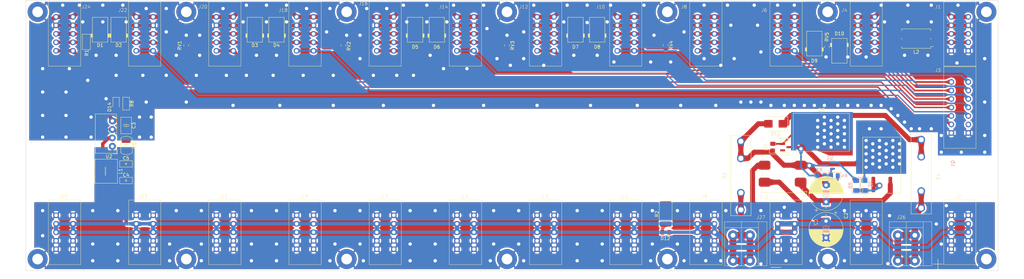
<source format=kicad_pcb>
(kicad_pcb (version 20221018) (generator pcbnew)
  (layers (0 "F.Cu" signal) (31 "B.Cu" signal) (34 "B.Paste" user) (35 "F.Paste" user) (36 "B.SilkS" user "B.Silkscreen") (37 "F.SilkS" user "F.Silkscreen") (38 "B.Mask" user) (39 "F.Mask" user) (44 "Edge.Cuts" user))
  (net 0 "")
  (net 1 "+24V")
  (net 2 "GNDA")
  (net 3 "/A")
  (net 4 "GND1")
  (net 5 "/B")
  (net 6 "/+3.3VRS485")
  (net 7 "/RTS1")
  (net 8 "/RTS3")
  (net 9 "/RTS5")
  (net 10 "/RTS7")
  (net 11 "/RTS9")
  (net 12 "/RTS11")
  (net 13 "/RTS12")
  (net 14 "/RTS10")
  (net 15 "/RTS8")
  (net 16 "/RTS6")
  (net 17 "/RTS4")
  (net 18 "/RTS2")
  (net 19 "Net-(D12-K)")
  (net 20 "Net-(D13-A)")
  (net 22 "Net-(D13-K)")
  (net 23 "Net-(U1-REF)")
  (net 24 "Net-(Q1-G)")
  (net 25 "Net-(U1-K)")
  (net 26 "Net-(Q1-S)")
  (net 27 "Net-(U2-IN+)")
  (net 28 "Net-(J26-Pin_1)")
  (net 29 "Net-(J27-Pin_1)")
  (net 30 "Net-(D14-K)")
  (net 31 "Net-(J1-Pin_3)")
  (net 32 "Net-(J1-Pin_4)")
  (net 33 "Net-(D11-A2)")
  (net 34 "Net-(D11-A1)")
  (footprint "PCM_Resistor_SMD_AKL:R_0805_2012Metric_Pad1.20x1.40mm_HandSolder" (layer "F.Cu") (at 225.5 72 -90)
    (fp_text reference "R7")
    (fp_text value "0805-10 кОм±5%-0,125 Вт")
  )
  (footprint "PCM_Diode_SMD_AKL:D_SMB" (layer "F.Cu") (at 166.5 36.85 90)
    (fp_text reference "D7")
    (fp_text value "SMBJ5.0A (SMB)" hide)
  )
  (footprint "Connector:SL-10 (L-KLS1-603C-10-S)" (layer "F.Cu") (at 227 33)
    (fp_text reference "J6")
    (fp_text value "SL-10 (L-KLS1-603C-10-S)")
  )
  (footprint "PCM_Capacitor_THT_AKL_Double:CP_Radial_D10.0mm_P5.00mm" (layer "F.Cu") (at 241.5 88.367677 90)
    (fp_text reference "C1")
    (fp_text value "47uF 63V D10 H16" hide)
  )
  (footprint "Connector:SL-10 (L-KLS1-603C-10-S)" (layer "F.Cu") (at 35 33)
    (fp_text reference "J22")
    (fp_text value "SL-10 (L-KLS1-603C-10-S)")
  )
  (footprint "PCM_SL_Mechanical:MountingHole_3.2mm_Pad" (layer "F.Cu") (at 98 31.5)
    (fp_text reference "H6" hide)
    (fp_text value "MountingHole_M3_3.2mm_Pad")
  )
  (footprint "Connector:DG142V-5.08-02P-14" (layer "F.Cu") (at 213.65 97.872)
    (fp_text reference "J27")
    (fp_text value "DG142V-5.08-02P-14")
  )
  (footprint "Connector:SL-10 (L-KLS1-603C-10-S)" (layer "F.Cu") (at 107 33)
    (fp_text reference "J16")
    (fp_text value "SL-10 (L-KLS1-603C-10-S)")
  )
  (footprint "Diode_SMD:D_SMB" (layer "F.Cu") (at 226.4 65 180)
    (fp_text reference "D11")
    (fp_text value "SM6T30A (SMB)")
  )
  (footprint "PCM_SL_Mechanical:MountingHole_3.2mm_Pad" (layer "F.Cu") (at 5.5 31.5)
    (fp_text reference "H1" hide)
    (fp_text value "MountingHole_M3_3.2mm_Pad")
  )
  (footprint "PCM_Capacitor_SMD_Handsoldering_AKL:C_1210_3225Metric_Pad1.42x2.65mm" (layer "F.Cu") (at 32 71.4875 90)
    (fp_text reference "C6")
    (fp_text value " 270 pf X7R 1206 2000v 202R18W271KW4E" hide)
  )
  (footprint "PCM_Diode_SMD_AKL:D_SMB" (layer "F.Cu") (at 77 36.85 90)
    (fp_text reference "D4")
    (fp_text value "SMBJ5.0A (SMB)" hide)
  )
  (footprint "Package_TO_SOT_SMD:SOT-23" (layer "F.Cu") (at 229.4375 72)
    (fp_text reference "D13")
    (fp_text value "BZX84C10 (SOT-23)")
  )
  (footprint "Connector:SL-10 (L-KLS1-603C-10-S)" (layer "F.Cu") (at 203.02 92.4)
    (fp_text reference "J9")
    (fp_text value "SL-10 (L-KLS1-603C-10-S)")
  )
  (footprint "PCM_SL_Mechanical:MountingHole_3.2mm_Pad" (layer "F.Cu") (at 194 31.5)
    (fp_text reference "H13" hide)
    (fp_text value "MountingHole_M3_3.2mm_Pad")
  )
  (footprint "PCM_Inductor_SMD_Handsoldering_AKL:L_Bourns-SRN6028" (layer "F.Cu") (at 26 79.2 90)
    (fp_text reference "L1")
    (fp_text value "6,8uH 3,5A ETQP3M6R8KVP" hide)
  )
  (footprint "Connector:SL-14 (L-KLS1-603C-14-S)" (layer "F.Cu") (at 279.02 52.5)
    (fp_text reference "J3")
    (fp_text value "SL-14 (L-KLS1-603C-14-S)")
  )
  (footprint "Filter:ACM12V" (layer "F.Cu") (at 228.8175 87.5675 180)
    (fp_text reference "FL1")
    (fp_text value "ACM70V-701-2PL-TL00")
  )
  (footprint "Connector:SL-10 (L-KLS1-603C-10-S)" (layer "F.Cu") (at 227.02 92.4)
    (fp_text reference "J7")
    (fp_text value "SL-10 (L-KLS1-603C-10-S)")
  )
  (footprint "Connector:SL-10 (L-KLS1-603C-10-S)" (layer "F.Cu") (at 251 33)
    (fp_text reference "J4")
    (fp_text value "SL-10 (L-KLS1-603C-10-S)")
  )
  (footprint "Converter_DCDC:Converter_DCDC_Murata_CRE1xxxxxx3C_THT" (layer "F.Cu") (at 27.8675 71.7625 180)
    (fp_text reference "U2")
    (fp_text value "AM1SS-2403SJZ")
  )
  (footprint "PCM_Diode_SMD_AKL:D_SMB" (layer "F.Cu") (at 238 41 90)
    (fp_text reference "D9")
    (fp_text value "SMBJ5.0A (SMB)" hide)
  )
  (footprint "PCM_Resistor_SMD_AKL:R_0805_2012Metric_Pad1.15x1.40mm" (layer "F.Cu") (at 32 58.975 -90)
    (fp_text reference "R8")
    (fp_text value "0805-200 Ом±5%-0,125 Вт" hide)
  )
  (footprint "PCM_Resistor_SMD_AKL:R_2512_6332Metric_Pad1.52x3.35mm_HandSolder" (layer "F.Cu") (at 193.5 92 90)
    (fp_text reference "R2")
    (fp_text value "2512-2,4 кОм±5%-1 Вт")
  )
  (footprint "PCM_SL_Mechanical:MountingHole_3.2mm_Pad" (layer "F.Cu") (at 98 105.5)
    (fp_text reference "H10" hide)
    (fp_text value "MountingHole_M3_3.2mm_Pad")
  )
  (footprint "PCM_Package_TO_SOT_SMD_AKL:TO-263-2" (layer "F.Cu") (at 240.1 67.6)
    (fp_text reference "Q3")
    (fp_text value "SUM110P06-08L-E3 (TO-263-2)" hide)
  )
  (footprint "PCM_Capacitor_SMD_AKL:C_0805_2012Metric_Pad1.18x1.45mm_HandSolder" (layer "F.Cu") (at 31.9625 82)
    (fp_text reference "C4")
    (fp_text value "4,7uF 50V 0805")
  )
  (footprint "PCM_Diode_SMD_AKL:D_SMB" (layer "F.Cu") (at 173 36.85 90)
    (fp_text reference "D8")
    (fp_text value "SMBJ5.0A (SMB)" hide)
  )
  (footprint "Connector:SL-10 (L-KLS1-603C-10-S)" (layer "F.Cu") (at 59 33)
    (fp_text reference "J20")
    (fp_text value "SL-10 (L-KLS1-603C-10-S)")
  )
  (footprint "PCM_SL_Mechanical:MountingHole_3.2mm_Pad" (layer "F.Cu") (at 50 105.5)
    (fp_text reference "H7" hide)
    (fp_text value "MountingHole_M3_3.2mm_Pad")
  )
  (footprint "Fuse:Fuseholder_100_series_5x20mm_D1,5" (layer "F.Cu") (at 270 69.75 -90)
    (fp_text reference "F1")
    (fp_text value "Fuse 10A ZH266 (2 клипсы)")
  )
  (footprint "PCM_SL_Mechanical:MountingHole_3.2mm_Pad" (layer "F.Cu") (at 5.5 105.5)
    (fp_text reference "H14" hide)
    (fp_text value "MountingHole_M3_3.2mm_Pad")
  )
  (footprint "PCM_SL_Mechanical:MountingHole_3.2mm_Pad" (layer "F.Cu") (at 242 105.5)
    (fp_text reference "H9" hide)
    (fp_text value "MountingHole_M3_3.2mm_Pad")
  )
  (footprint "Connector:SL-10 (L-KLS1-603C-10-S)" (layer "F.Cu") (at 83.02 92.4)
    (fp_text reference "J19")
    (fp_text value "SL-10 (L-KLS1-603C-10-S)")
  )
  (footprint "PCM_Diode_SMD_AKL:D_SMB" (layer "F.Cu") (at 29.75 36.85 90)
    (fp_text reference "D2")
    (fp_text value "SMBJ5.0A (SMB)" hide)
  )
  (footprint "PCM_Diode_SMD_AKL:D_SMB" (layer "F.Cu") (at 118.5 36.85 90)
    (fp_text reference "D5")
    (fp_text value "SMBJ5.0A (SMB)" hide)
  )
  (footprint "Fuse:Fuseholder_100_series_5x20mm_D1,5" (layer "F.Cu") (at 216 70.25 -90)
    (fp_text reference "F2")
    (fp_text value "Fuse 10A ZH266 (2 клипсы)")
  )
  (footprint "PCM_SL_Mechanical:MountingHole_3.2mm_Pad" (layer "F.Cu") (at 242 31.5)
    (fp_text reference "H5" hide)
    (fp_text value "MountingHole_M3_3.2mm_Pad")
  )
  (footprint "PCM_Diode_SMD_AKL:D_SMB" (layer "F.Cu") (at 70.5 36.85 90)
    (fp_text reference "D3")
    (fp_text value "SMBJ5.0A (SMB)" hide)
  )
  (footprint "PCM_Capacitor_SMD_AKL:C_0805_2012Metric_Pad1.18x1.45mm_HandSolder" (layer "F.Cu") (at 31.9625 77)
    (fp_text reference "C5")
    (fp_text value "4,7uF 50V 0805")
  )
  (footprint "PCM_4ms_Resistor:R_0805_2012Metric" (layer "F.Cu") (at 50 41.5 -90)
    (fp_text reference "RV1")
    (fp_text value "JMV0805S5R6T661")
  )
  (footprint "LED_SMD:LED_0805_2012Metric_Pad1.15x1.40mm_HandSolder" (layer "F.Cu") (at 29 58.975 -90)
    (fp_text reference "D14")
    (fp_text value "LED 0805 (FYLS-0805UBC)")
  )
  (footprint "PCM_Resistor_SMD_AKL:R_1206_3216Metric" (layer "F.Cu") (at 20.1 40.5 -90)
    (fp_text reference "R1")
    (fp_text value "1206-120 Ом±5%-0,25 Вт" hide)
  )
  (footprint "PCM_Diode_SMD_AKL:D_SMB" (layer "F.Cu") (at 245.5 43.15 -90)
    (fp_text reference "D10")
    (fp_text value "SMBJ5.0A (SMB)" hide)
  )
  (footprint "PCM_SL_Mechanical:MountingHole_3.2mm_Pad" (layer "F.Cu") (at 50 31.5)
    (fp_text reference "H2" hide)
    (fp_text value "MountingHole_M3_3.2mm_Pad")
  )
  (footprint "Connector:SL-10 (L-KLS1-603C-10-S)" (layer "F.Cu") (at 279 92.4)
    (fp_text reference "J2")
    (fp_text value "SL-10 (L-KLS1-603C-10-S)")
  )
  (footprint "Connector:SL-10 (L-KLS1-603C-10-S)" (layer "F.Cu") (at 279 33)
    (fp_text reference "J1")
    (fp_text value "SL-10 (L-KLS1-603C-10-S)")
  )
  (footprint "PCM_SL_Mechanical:MountingHole_3.2mm_Pad" (layer "F.Cu") (at 146 31.5)
    (fp_text reference "H3" hide)
    (fp_text value "MountingHole_M3_3.2mm_Pad")
  )
  (footprint "PCM_4ms_Resistor:R_0805_2012Metric" (layer "F.Cu") (at 241.75 42 -90)
    (fp_text reference "RV5")
    (fp_text value "JMV0805S5R6T661")
  )
  (footprint "Connector:SL-10 (L-KLS1-603C-10-S)" (layer "F.Cu") (at 11 33)
    (fp_text reference "J24")
    (fp_text value "SL-10 (L-KLS1-603C-10-S)")
  )
  (footprint "PCM_4ms_Resistor:R_0805_2012Metric" (layer "F.Cu") (at 97 41.5625 -90)
    (fp_text reference "RV2")
    (fp_text value "JMV0805S5R6T661")
  )
  (footprint "PCM_Diode_SMD_AKL:D_SMB" (layer "F.Cu") (at 125 36.85 90)
    (fp_text reference "D6")
    (fp_text value "SMBJ5.0A (SMB)" hide)
  )
  (footprint "PCM_Diode_SMD_AKL:D_SMB" (layer "F.Cu") (at 24.2 36.85 90)
    (fp_text reference "D1")
    (fp_text value "SMBJ5.0A (SMB)" hide)
  )
  (footprint "PCM_Capacitor_SMD_AKL:C_1210_3225Metric_Pad1.42x2.65mm_HandSolder" (layer "F.Cu") (at 32 65.5125 -90)
    (fp_text reference "C3")
    (fp_text value "10uF 50V 1210 GRM32ER71H106K")
  )
  (footprint "PCM_4ms_Resistor:R_0805_2012Metric" (layer "F.Cu") (at 146 41.5625 -90)
    (fp_text reference "RV3")
    (fp_text value "JMV0805S5R6T661")
  )
  (footprint "PCM_Capacitor_THT_AKL_Double:CP_Radial_D10.0mm_P5.00mm" (layer "F.Cu") (at 241.5 94.132323 -90)
    (fp_text reference "C2")
    (fp_text value "47uF 63V D10 H16" hide)
  )
  (footprint "PCM_SL_Mechanical:MountingHole_3.2mm_Pad" (layer "F.Cu") (at 289.5 31.5)
    (fp_text reference "H4" hide)
    (fp_text value "MountingHole_M3_3.2mm_Pad")
  )
  (footprint "Connector:SL-10 (L-KLS1-603C-10-S)" (layer "F.Cu") (at 83 33)
    (fp_text reference "J18")
    (fp_text value "SL-10 (L-KLS1-603C-10-S)")
  )
  (footprint "Connector:SL-10 (L-KLS1-603C-10-S)" (layer "F.Cu") (at 179.02 92.4)
    (fp_text reference "J11")
    (fp_text value "SL-10 (L-KLS1-603C-10-S)")
  )
  (footprint "Connector:SL-10 (L-KLS1-603C-10-S)" (layer "F.Cu") (at 155.02 92.4)
    (fp_text reference "J13")
    (fp_text value "SL-10 (L-KLS1-603C-10-S)")
  )
  (footprint "Connector:SL-10 (L-KLS1-603C-10-S)" (layer "F.Cu") (at 131.02 92.4)
    (fp_text reference "J15")
    (fp_text value "SL-10 (L-KLS1-603C-10-S)")
  )
  (footprint "PCM_SL_Mechanical:MountingHole_3.2mm_Pad" (layer "F.Cu") (at 146 105.5)
    (fp_text reference "H11" hide)
    (fp_text value "MountingHole_M3_3.2mm_Pad")
  )
  (footprint "Connector:SL-10 (L-KLS1-603C-10-S)" (layer "F.Cu") (at 107.02 92.4)
    (fp_text reference "J17")
    (fp_text value "SL-10 (L-KLS1-603C-10-S)")
  )
  (footprint "Inductor_SMD:L_CommonMode_Delevan_4222" (layer "F.Cu") (at 268.5 39.52 180)
    (fp_text reference "L2")
    (fp_text value "B82790S0253N201")
  )
  (footprint "PCM_Package_TO_SOT_SMD_AKL:TO-263-2" (layer "F.Cu") (at 258.2 77.4 90)
    (fp_text reference "Q1")
    (fp_text value "SUM110P06-08L-E3 (TO-263-2)" hide)
  )
  (footprint "Connector:DG142V-5.08-02P-14" (layer "F.Cu") (at 263 97.872)
    (fp_text reference "J26")
    (fp_text value "DG142V-5.08-02P-14")
  )
  (footprint "PCM_SL_Mechanical:MountingHole_3.2mm_Pad" (layer "F.Cu") (at 194 105.5)
    (fp_text reference "H8" hide)
    (fp_text value "MountingHole_M3_3.2mm_Pad")
  )
  (footprint "Connector:SL-10 (L-KLS1-603C-10-S)" (layer "F.Cu") (at 131 33)
    (fp_text reference "J14")
    (fp_text value "SL-10 (L-KLS1-603C-10-S)")
  )
  (footprint "Connector:SL-10 (L-KLS1-603C-10-S)" (layer "F.Cu") (at 179 33)
    (fp_text reference "J10")
    (fp_text value "SL-10 (L-KLS1-603C-10-S)")
  )
  (footprint "LED_SMD:LED_0805_2012Metric_Pad1.15x1.40mm_HandSolder" (layer "F.Cu") (at 193.525 97.5)
    (fp_text reference "D12")
    (fp_text value "LED 0805 (FYLS-0805UBC)")
  )
  (footprint "Connector:SL-10 (L-KLS1-603C-10-S)" (layer "F.Cu") (at 155 33)
    (fp_text reference "J12")
    (fp_text value "SL-10 (L-KLS1-603C-10-S)")
  )
  (footprint "PCM_4ms_Resistor:R_0805_2012Metric" (layer "F.Cu") (at 193.5 41.5 -90)
    (fp_text reference "RV4")
    (fp_text value "JMV0805S5R6T661")
  )
  (footprint "Connector:SL-10 (L-KLS1-603C-10-S)" (layer "F.Cu") (at 35.02 92.4)
    (fp_text reference "J23")
    (fp_text value "SL-10 (L-KLS1-603C-10-S)")
  )
  (footprint "Connector:SL-10 (L-KLS1-603C-10-S)" (layer "F.Cu") (at 251 92.4)
    (fp_text reference "J5")
    (fp_text value "SL-10 (L-KLS1-603C-10-S)")
  )
  (footprint "Connector:SL-10 (L-KLS1-603C-10-S)" (layer "F.Cu") (at 59.02 92.4)
    (fp_text reference "J21")
    (fp_text value "SL-10 (L-KLS1-603C-10-S)")
  )
  (footprint "Connector:SL-10 (L-KLS1-603C-10-S)" (layer "F.Cu") (at 203 33)
    (fp_text reference "J8")
    (fp_text value "SL-10 (L-KLS1-603C-10-S)")
  )
  (footprint "Connector:SL-10 (L-KLS1-603C-10-S)" (layer "F.Cu") (at 11.02 92.4)
    (fp_text reference "J25")
    (fp_text value "SL-10 (L-KLS1-603C-10-S)")
  )
  (footprint "PCM_SL_Mechanical:MountingHole_3.2mm_Pad" (layer "F.Cu") (at 289.5 105.5)
    (fp_text reference "H12" hide)
    (fp_text value "MountingHole_M3_3.2mm_Pad")
  )
  (footprint "PCM_Resistor_SMD_AKL:R_0805_2012Metric_Pad1.20x1.40mm_HandSolder" (layer "B.Cu") (at 244 80.5)
    (fp_text reference "R4")
    (fp_text value "0805-1,5 кОм±5%-0,125 Вт")
  )
  (footprint "Package_TO_SOT_SMD:SOT-23" (layer "B.Cu") (at 242.5 77.5 180)
    (fp_text reference "U1")
    (fp_text value "TL431DBZ (sot-23)")
  )
  (footprint "PCM_Resistor_SMD_AKL:R_1206_3216Metric_Pad1.42x1.75mm_HandSolder" (layer "B.Cu") (at 253 83.4875 -90)
    (fp_text reference "R5")
    (fp_text value "1206-1 кОм±5%-0,25 Вт")
  )
  (footprint "PCM_Resistor_SMD_AKL:R_1206_3216Metric_Pad1.42x1.75mm_HandSolder" (layer "B.Cu") (at 250.5 83.4875 90)
    (fp_text reference "R6")
    (fp_text value "1206-1 кОм±5%-0,25 Вт")
  )
  (footprint "PCM_Resistor_SMD_AKL:R_0805_2012Metric_Pad1.20x1.40mm_HandSolder" (layer "B.Cu") (at 240 80.5)
    (fp_text reference "R3")
    (fp_text value "0805-10 кОм±5%-0,125 Вт")
  )
  (gr_line (start 273.5 107) (end 276.5 107) (stroke (width 0.15)) (layer "F.SilkS"))
  (gr_line (start 275 108.5) (end 275 105.5) (stroke (width 0.15)) (layer "F.SilkS"))
  (gr_line (start 225 108) (end 228 108) (stroke (width 0.15)) (layer "F.SilkS"))
  (gr_line (start 293 109) (end 2 109) (stroke (width 0.1)) (layer "Edge.Cuts"))
  (gr_line (start 293 28) (end 293 109) (stroke (width 0.1)) (layer "Edge.Cuts"))
  (gr_line (start 2 28) (end 293 28) (stroke (width 0.1)) (layer "Edge.Cuts"))
  (gr_line (start 2 109) (end 2 28) (stroke (width 0.1)) (layer "Edge.Cuts"))
  (segment (start 32 83.8) (end 30.925 82.725) (width 1) (layer "F.Cu") (net 1))
  (segment (start 35.02 94.94) (end 32.44 94.94) (width 1) (layer "F.Cu") (net 1))
  (segment (start 194.55 97.5) (end 203 97.5) (width 0.5) (layer "F.Cu") (net 1))
  (segment (start 32 94.5) (end 32 83.8) (width 1) (layer "F.Cu") (net 1))
  (segment (start 232.1 97.48) (end 232.1 94.94) (width 1.5) (layer "F.Cu") (net 1))
  (segment (start 227.4875 82.4875) (end 239.132323 94.132323) (width 1.5) (layer "F.Cu") (net 1))
  (segment (start 35.02 94.94) (end 40.1 94.94) (width 1) (layer "F.Cu") (net 1))
  (segment (start 30.475 81.55) (end 30.925 82) (width 1) (layer "F.Cu") (net 1))
  (segment (start 30.925 82.725) (end 30.925 82) (width 1) (layer "F.Cu") (net 1))
  (segment (start 239.132323 94.132323) (end 241.5 94.132323) (width 1.5) (layer "F.Cu") (net 1))
  (segment (start 227.02 94.94) (end 227.02 97.48) (width 1.5) (layer "F.Cu") (net 1))
  (segment (start 26 81.55) (end 30.475 81.55) (width 1) (layer "F.Cu") (net 1))
  (segment (start 223.1025 82.4875) (end 227.4875 82.4875) (width 1.5) (layer "F.Cu") (net 1))
  (segment (start 232.1 94.94) (end 227.02 94.94) (width 1.5) (layer "F.Cu") (net 1))
  (segment (start 227.02 97.48) (end 232.1 97.48) (width 1.5) (layer "F.Cu") (net 1))
  (segment (start 203 97.5) (end 203.02 97.48) (width 0.5) (layer "F.Cu") (net 1))
  (segment (start 32.44 94.94) (end 32 94.5) (width 1) (layer "F.Cu") (net 1))
  (segment (start 16.08 94.94) (end 35 94.94) (width 1) (layer "B.Cu") (net 1))
  (segment (start 35 97.48) (end 40.08 97.48) (width 1) (layer "B.Cu") (net 1))
  (segment (start 179 94.94) (end 160.08 94.94) (width 1) (layer "B.Cu") (net 1))
  (segment (start 184.08 94.94) (end 203 94.94) (width 1) (layer "B.Cu") (net 1))
  (segment (start 272 102) (end 276.52 97.48) (width 1) (layer "B.Cu") (net 1))
  (segment (start 227 94.94) (end 227 97.48) (width 1) (layer "B.Cu") (net 1))
  (segment (start 179 97.48) (end 184.08 97.48) (width 1) (layer "B.Cu") (net 1))
  (segment (start 131 94.94) (end 136.08 94.94) (width 1) (layer "B.Cu") (net 1))
  (segment (start 40.08 94.94) (end 40.08 97.48) (width 1) (layer "B.Cu") (net 1))
  (segment (start 112.08 97.48) (end 131 97.48) (width 1) (layer "B.Cu") (net 1))
  (segment (start 160.08 97.48) (end 179 97.48) (width 1) (layer "B.Cu") (net 1))
  (segment (start 262 102) (end 272 102) (width 1) (layer "B.Cu") (net 1))
  (segment (start 107 94.94) (end 107 97.48) (width 1) (layer "B.Cu") (net 1))
  (segment (start 240.632323 95) (end 232.16 95) (width 1.5) (layer "B.Cu") (net 1))
  (segment (start 64.08 97.48) (end 83 97.48) (width 1) (layer "B.Cu") (net 1))
  (segment (start 35 94.94) (end 35 97.48) (width 1) (layer "B.Cu") (net 1))
  (segment (start 16.08 94.94) (end 16.08 97.48) (width 1) (layer "B.Cu") (net 1))
  (segment (start 256.08 94.94) (end 256.08 96.08) (width 1) (layer "B.Cu") (net 1))
  (segment (start 64.08 94.94) (end 64.08 97.48) (width 1) (layer "B.Cu") (net 1))
  (segment (start 11 97.48) (end 16.08 97.48) (width 1) (layer "B.Cu") (net 1))
  (segment (start 160.08 94.94) (end 160.08 97.48) (width 1) (layer "B.Cu") (net 1))
  (segment (start 232.08 94.94) (end 232.08 97.48) (width 1) (layer "B.Cu") (net 1))
  (segment (start 131 97.48) (end 136.08 97.48) (width 1) (layer "B.Cu") (net 1))
  (segment (start 155 94.94) (end 155 97.48) (width 1) (layer "B.Cu") (net 1))
  (segment (start 83 94.94) (end 88.08 94.94) (width 1) (layer "B.Cu") (net 1))
  (segment (start 225.52 97.48) (end 227.02 97.48) (width 1.5) (layer "B.Cu") (net 1))
  (segment (start 40.08 94.94) (end 59 94.94) (width 1) (layer "B.Cu") (net 1))
  (segment (start 136.08 94.94) (end 136.08 97.48) (width 1) (layer "B.Cu") (net 1))
  (segment (start 203 94.94) (end 208.08 94.94) (width 1) (layer "B.Cu") (net 1))
  (segment (start 256.08 96.08) (end 262 102) (width 1) (layer "B.Cu") (net 1))
  (segment (start 241.5 94.132323) (end 240.632323 95) (width 1.5) (layer "B.Cu") (net 1))
  (segment (start 232.08 97.48) (end 227 97.48) (width 1) (layer "B.Cu") (net 1))
  (segment (start 212 102) (end 221 102) (width 1.5) (layer "B.Cu") (net 1))
  (segment (start 227 94.94) (end 232.08 94.94) (width 1.5) (layer "B.Cu") (net 1))
  (segment (start 184.08 94.94) (end 184.08 97.48) (width 1) (layer "B.Cu") (net 1))
  (segment (start 276.52 97.48) (end 279 97.48) (width 1) (layer "B.Cu") (net 1))
  (segment (start 203 97.48) (end 184.08 97.48) (width 1) (layer "B.Cu") (net 1))
  (segment (start 232.16 95) (end 232.1 94.94) (width 1.5) (layer "B.Cu") (net 1))
  (segment (start 284.08 97.48) (end 279 97.48) (width 1) (layer "B.Cu") (net 1))
  (segment (start 88.08 94.94) (end 107 94.94) (width 1) (layer "B.Cu") (net 1))
  (segment (start 136.08 97.48) (end 155 97.48) (width 1) (layer "B.Cu") (net 1))
  (segment (start 40.08 97.48) (end 59 97.48) (width 1) (layer "B.Cu") (net 1))
  (segment (start 208.1 97.48) (end 208.48 97.48) (width 1.5) (layer "B.Cu") (net 1))
  (segment (start 59 94.94) (end 59 97.48) (width 1) (layer "B.Cu") (net 1))
  (segment (start 160.08 97.48) (end 155 97.48) (width 1) (layer "B.Cu") (net 1))
  (segment (start 59 94.94) (end 64.08 94.94) (width 1) (layer "B.Cu") (net 1))
  (segment (start 221 102) (end 225.52 97.48) (width 1.5) (layer "B.Cu") (net 1))
  (segment (start 208.08 94.94) (end 208.08 97.48) (width 1) (layer "B.Cu") (net 1))
  (segment (start 16.08 97.48) (end 35 97.48) (width 1) (layer "B.Cu") (net 1))
  (segment (start 112.08 97.48) (end 112.08 94.94) (width 1) (layer "B.Cu") (net 1))
  (segment (start 11 94.94) (end 11 97.48) (width 1) (layer "B.Cu") (net 1))
  (segment (start 279 94.94) (end 284.08 94.94) (width 1) (layer "B.Cu") (net 1))
  (segment (start 240.692323 94.94) (end 251 94.94) (width 1.5) (layer "B.Cu") (net 1))
  (segment (start 179 94.94) (end 179 97.48) (width 1) (layer "B.Cu") (net 1))
  (segment (start 203 97.48) (end 203 94.94) (width 1) (layer "B.Cu") (net 1))
  (segment (start 107 97.48) (end 112.08 97.48) (width 1) (layer "B.Cu") (net 1))
  (segment (start 251 94.94) (end 256.08 94.94) (width 1) (layer "B.Cu") (net 1))
  (segment (start 35 94.94) (end 40.08 94.94) (width 1) (layer "B.Cu") (net 1))
  (segment (start 256.08 97.48) (end 251 97.48) (width 1) (layer "B.Cu") (net 1))
  (segment (start 251 97.48) (end 251 94.94) (width 1) (layer "B.Cu") (net 1))
  (segment (start 241.5 94.132323) (end 240.692323 94.94) (width 1.5) (layer "B.Cu") (net 1))
  (segment (start 83 97.48) (end 88.08 97.48) (width 1) (layer "B.Cu") (net 1))
  (segment (start 112.08 94.94) (end 107 94.94) (width 1) (layer "B.Cu") (net 1))
  (segment (start 284.08 94.94) (end 284.08 97.48) (width 1) (layer "B.Cu") (net 1))
  (segment (start 256.08 97.48) (end 256.08 94.94) (width 1) (layer "B.Cu") (net 1))
  (segment (start 11 94.94) (end 16.08 94.94) (width 1) (layer "B.Cu") (net 1))
  (segment (start 211 101) (end 212 102) (width 1.5) (layer "B.Cu") (net 1))
  (segment (start 279 97.48) (end 279 94.94) (width 1) (layer "B.Cu") (net 1))
  (segment (start 179 94.94) (end 184.08 94.94) (width 1) (layer "B.Cu") (net 1))
  (segment (start 59 97.48) (end 64.08 97.48) (width 1) (layer "B.Cu") (net 1))
  (segment (start 208.08 97.48) (end 203 97.48) (width 1) (layer "B.Cu") (net 1))
  (segment (start 155 94.94) (end 136.08 94.94) (width 1) (layer "B.Cu") (net 1))
  (segment (start 88.08 97.48) (end 107 97.48) (width 1) (layer "B.Cu") (net 1))
  (segment (start 112.08 94.94) (end 131 94.94) (width 1) (layer "B.Cu") (net 1))
  (segment (start 155 94.94) (end 160.08 94.94) (width 1) (layer "B.Cu") (net 1))
  (segment (start 64.08 94.94) (end 83 94.94) (width 1) (layer "B.Cu") (net 1))
  (segment (start 211 100) (end 211 101) (width 1.5) (layer "B.Cu") (net 1))
  (segment (start 131 94.94) (end 131 97.48) (width 1) (layer "B.Cu") (net 1))
  (segment (start 208.48 97.48) (end 211 100) (width 1.5) (layer "B.Cu") (net 1))
  (segment (start 33 73.975) (end 33 77) (width 1) (layer "F.Cu") (net 2))
  (segment (start 27.8675 71.7325) (end 27.8675 71.7625) (width 2) (layer "F.Cu") (net 2))
  (segment (start 219.5 88.5) (end 222 91) (width 1.5) (layer "F.Cu") (net 2))
  (segment (start 223.1025 77.4075) (end 221.0925 77.4075) (width 1.5) (layer "F.Cu") (net 2))
  (segment (start 32 72.975) (end 33 73.975) (width 1) (layer "F.Cu") (net 2))
  (segment (start 27.8675 71.7325) (end 27.9 71.7) (width 2) (layer "F.Cu") (net 2))
  (segment (start 221.0925 77.4075) (end 219.5 79) (width 1.5) (layer "F.Cu") (net 2))
  (segment (start 219.5 79) (end 219.5 88.5) (width 1.5) (layer "F.Cu") (net 2))
  (via (at 210 106) (size 1.8) (drill 1) (layers "F.Cu" "B.Cu") (net 2))
  (via (at 189 106) (size 1.8) (drill 1) (layers "F.Cu" "B.Cu") (net 2))
  (via (at 253.5 91) (size 1.8) (drill 1) (layers "F.Cu" "B.Cu") (net 2))
  (via (at 77 101) (size 1.8) (drill 1) (layers "F.Cu" "B.Cu") (net 2))
  (via (at 276 101) (size 1.8) (drill 1) (layers "F.Cu" "B.Cu") (net 2))
  (via (at 174.5 91) (size 1.8) (drill 1) (layers "F.Cu" "B.Cu") (net 2))
  (via (at 174.5 101) (size 1.8) (drill 1) (layers "F.Cu" "B.Cu") (net 2))
  (via (at 167 106) (size 1.8) (drill 1) (layers "F.Cu" "B.Cu") (net 2))
  (via (at 149.5 91) (size 1.8) (drill 1) (layers "F.Cu" "B.Cu") (net 2))
  (via (at 77 106) (size 1.8) (drill 1) (layers "F.Cu" "B.Cu") (net 2))
  (via (at 7 91) (size 1.8) (drill 1) (layers "F.Cu" "B.Cu") (net 2))
  (via (at 222 91) (size 1.8) (drill 1) (layers "F.Cu" "B.Cu") (net 2))
  (via (at 174.5 106) (size 1.8) (drill 1) (layers "F.Cu" "B.Cu") (net 2))
  (via (at 54.5 91) (size 1.8) (drill 1) (layers "F.Cu" "B.Cu") (net 2))
  (via (at 149.5 101) (size 1.8) (drill 1) (layers "F.Cu" "B.Cu") (net 2))
  (via (at 94.5 101) (size 1.8) (drill 1) (layers "F.Cu" "B.Cu") (net 2))
  (via (at 205.5 106) (size 1.8) (drill 1) (layers "F.Cu" "B.Cu") (net 2))
  (via (at 94.5 91) (size 1.8) (drill 1) (layers "F.Cu" "B.Cu") (net 2))
  (via (at 29.5 101) (size 1.8) (drill 1) (layers "F.Cu" "B.Cu") (net 2))
  (via (at 211.5 91) (size 1.8) (drill 1) (layers "F.Cu" "B.Cu") (net 2))
  (via (at 167 91) (size 1.8) (drill 1) (layers "F.Cu" "B.Cu") (net 2))
  (via (at 45 106) (size 1.8) (drill 1) (layers "F.Cu" "B.Cu") (net 2))
  (via (at 277.5 89.5) (size 1.8) (drill 1) (layers "F.Cu" "B.Cu") (net 2))
  (via (at 102 91) (size 1.8) (drill 1) (layers "F.Cu" "B.Cu") (net 2))
  (via (at 167 101) (size 1.8) (drill 1) (layers "F.Cu" "B.Cu") (net 2))
  (via (at 117 91) (size 1.8) (drill 1) (layers "F.Cu" "B.Cu") (net 2))
  (via (at 124.5 106) (size 1.8) (drill 1) (layers "F.Cu" "B.Cu") (net 2))
  (via (at 22 106) (size 1.8) (drill 1) (layers "F.Cu" "B.Cu") (net 2))
  (via (at 47 91) (size 1.8) (drill 1) (layers "F.Cu" "B.Cu") (net 2))
  (via (at 142 101) (size 1.8) (drill 1) (layers "F.Cu" "B.Cu") (net 2))
  (via (at 69.5 101) (size 1.8) (drill 1) (layers "F.Cu" "B.Cu") (net 2))
  (via (at 229.5 106) (size 1.8) (drill 1) (layers "F.Cu" "B.Cu") (net 2))
  (via (at 22 91) (size 1.8) (drill 1) (layers "F.Cu" "B.Cu") (net 2))
  (via (at 69.5 91) (size 1.8) (drill 1) (layers "F.Cu" "B.Cu") (net 2))
  (via (at 229 90) (size 1.8) (drill 1) (layers "F.Cu" "B.Cu") (net 2))
  (via (at 142 91) (size 1.8) (drill 1) (layers "F.Cu" "B.Cu") (net 2))
  (via (at 260 106.88) (size 1.8) (drill 1) (layers "F.Cu" "B.Cu") (net 2))
  (via (at 29.5 91) (size 1.8) (drill 1) (layers "F.Cu" "B.Cu") (net 2))
  (via (at 247 106) (size 1.8) (drill 1) (layers "F.Cu" "B.Cu") (net 2))
  (via (at 45 101) (size 1.8) (drill 1) (layers "F.Cu" "B.Cu") (net 2))
  (via (at 260.5 92.5) (size 1.8) (drill 1) (layers "F.Cu" "B.Cu") (net 2))
  (via (at 199 106) (size 1.8) (drill 1) (layers "F.Cu" "B.Cu") (net 2))
  (via (at 7 98.5) (size 1.8) (drill 1) (layers "F.Cu" "B.Cu") (net 2))
  (via (at 77 91) (size 1.8) (drill 1) (layers "F.Cu" "B.Cu") (net 2))
  (via (at 102 101) (size 1.8) (drill 1) (layers "F.Cu" "B.Cu") (net 2))
  (via (at 197 101) (size 1.8) (drill 1) (layers "F.Cu" "B.Cu") (net 2))
  (via (at 93 106) (size 1.8) (drill 1) (layers "F.Cu" "B.Cu") (net 2))
  (via (at 189.5 101) (size 1.8) (drill 1) (layers "F.Cu" "B.Cu") (net 2))
  (via (at 274.5 95) (size 1.8) (drill 1) (layers "F.Cu" "B.Cu") (net 2))
  (via (at 124.5 101) (size 1.8) (drill 1) (layers "F.Cu" "B.Cu") (net 2))
  (via (at 29.5 106) (size 1.8) (drill 1) (layers "F.Cu" "B.Cu") (net 2))
  (via (at 117 106) (size 1.8) (drill 1) (layers "F.Cu" "B.Cu") (net 2))
  (via (at 222 106.96) (size 1.8) (drill 1) (layers "F.Cu" "B.Cu") (net 2))
  (via (at 151 106) (size 1.8) (drill 1) (layers "F.Cu" "B.Cu") (net 2))
  (via (at 141 106) (size 1.8) (drill 1) (layers "F.Cu" "B.Cu") (net 2))
  (via (at 197 91) (size 1.8) (drill 1) (layers "F.Cu" "B.Cu") (net 2))
  (via (at 237 106) (size 1.8) (drill 1) (layers "F.Cu" "B.Cu") (net 2))
  (via (at 189.5 91) (size 1.8) (drill 1) (layers "F.Cu" "B.Cu") (net 2))
  (via (at 22 101) (size 1.8) (drill 1) (layers "F.Cu" "B.Cu") (net 2))
  (via (at 103 106) (size 1.8) (drill 1) (layers "F.Cu" "B.Cu") (net 2))
  (via (at 247 91) (size 1.8) (drill 1) (layers "F.Cu" "B.Cu") (net 2))
  (via (at 54.5 106) (size 1.8) (drill 1) (layers "F.Cu" "B.Cu") (net 2))
  (via (at 124.5 91) (size 1.8) (drill 1) (layers "F.Cu" "B.Cu") (net 2))
  (via (at 69.5 106) (size 1.8) (drill 1) (layers "F.Cu" "B.Cu") (net 2))
  (via (at 54.5 101) (size 1.8) (drill 1) (layers "F.Cu" "B.Cu") (net 2))
  (via (at 117 101) (size 1.8) (drill 1) (layers "F.Cu" "B.Cu") (net 2))
  (segment (start 27.8375 71.7625) (end 27.8 71.8) (width 2) (layer "B.Cu") (net 2))
  (segment (start 27.8375 71.7625) (end 27.8675 71.7625) (width 2) (layer "B.Cu") (net 2))
  (segment (start 88.08 38.08) (end 89.58 38.08) (width 0.5) (layer "F.Cu") (net 3))
  (segment (start 249.42 38.08) (end 251 38.08) (width 0.5) (layer "F.Cu") (net 3))
  (segment (start 123 37) (end 125 39) (width 0.5) (layer "F.Cu") (net 3))
  (segment (start 179 38.08) (end 184.08 38.08) (width 0.5) (layer "F.Cu") (net 3))
  (segment (start 107 38.08) (end 112.08 38.08) (width 0.5) (layer "F.Cu") (net 3))
  (segment (start 146 40.625) (end 150.875 40.625) (width 0.5) (layer "F.Cu") (net 3))
  (segment (start 126.58 38.08) (end 131 38.08) (width 0.5) (layer "F.Cu") (net 3))
  (segment (start 126.5 38) (end 126.58 38.08) (width 0.5) (layer "F.Cu") (net 3))
  (segment (start 54.9375 40.5625) (end 50 40.5625) (width 0.5) (layer "F.Cu") (net 3))
  (segment (start 141.0625 40.625) (end 146 40.625) (width 0.5) (layer "F.Cu") (net 3))
  (segment (start 236.994975 41) (end 246.5 41) (width 0.5) (layer "F.Cu") (net 3))
  (segment (start 41.58 38.08) (end 44.0625 40.5625) (width 0.5) (layer "F.Cu") (net 3))
  (segment (start 126 38) (end 126.5 38) (width 0.5) (layer "F.Cu") (net 3))
  (segment (start 77 39) (end 78 38) (width 0.5) (layer "F.Cu") (net 3))
  (segment (start 155 38.08) (end 160.08 38.08) (width 0.5) (layer "F.Cu") (net 3))
  (segment (start 58.9825 38.0625) (end 59 38.08) (width 0.5) (layer "F.Cu") (net 3))
  (segment (start 136.08 38.08) (end 138.5175 38.08) (width 0.5) (layer "F.Cu") (net 3))
  (segment (start 203 38.08) (end 208.08 38.08) (width 0.5) (layer "F.Cu") (net 3))
  (segment (start 78 38) (end 78.5 38) (width 0.5) (layer "F.Cu") (net 3))
  (segment (start 25 37) (end 31 37) (width 0.5) (layer "F.Cu") (net 3))
  (segment (start 251 38.08) (end 256.08 38.08) (width 0.5) (layer "F.Cu") (net 3))
  (segment (start 106.9825 38.0625) (end 107 38.08) (width 0.5) (layer "F.Cu") (net 3))
  (segment (start 153.4375 38.0625) (end 154.9825 38.0625) (width 0.5) (layer "F.Cu") (net 3))
  (segment (start 112.08 38.08) (end 114.92 38.08) (width 0.5) (layer "F.Cu") (net 3))
  (segment (start 18.5 39) (end 17.58 38.08) (width 0.5) (layer "F.Cu") (net 3))
  (segment (start 83 38.08) (end 88.08 38.08) (width 0.5) (layer "F.Cu") (net 3))
  (segment (start 78.58 38.08) (end 83 38.08) (width 0.5) (layer "F.Cu") (net 3))
  (segment (start 202.955 38.125) (end 203 38.08) (width 0.5) (layer "F.Cu") (net 3))
  (segment (start 22 39) (end 18.5 39) (width 0.5) (layer "F.Cu") (net 3))
  (segment (start 163.42 38.08) (end 164.5 37) (width 0.5) (layer "F.Cu") (net 3))
  (segment (start 138.5175 38.08) (end 141.0625 40.625) (width 0.5) (layer "F.Cu") (net 3))
  (segment (start 184.08 38.08) (end 185.79875 38.08) (width 0.5) (layer "F.Cu") (net 3))
  (segment (start 198.9375 40.5625) (end 201.375 38.125) (width 0.5) (layer "F.Cu") (net 3))
  (segment (start 35 38.08) (end 40.08 38.08) (width 0.5) (layer "F.Cu") (net 3))
  (segment (start 75 37) (end 77 39) (width 0.5) (layer "F.Cu") (net 3))
  (segment (start 188.28125 40.5625) (end 193.5 40.5625) (width 0.5) (layer "F.Cu") (net 3))
  (segment (start 131 38.08) (end 136.08 38.08) (width 0.5) (layer "F.Cu") (net 3))
  (segment (start 10.995 38.075) (end 11 38.08) (width 1) (layer "F.Cu") (net 3))
  (segment (start 227 38.08) (end 232.08 38.08) (width 0.5) (layer "F.Cu") (net 3))
  (segment (start 114.92 38.08) (end 116 37) (width 0.5) (layer "F.Cu") (net 3))
  (segment (start 89.58 38.08) (end 92.125 40.625) (width 0.5) (layer "F.Cu") (net 3))
  (segment (start 256.25 38.25) (end 256.08 38.08) (width 0.5) (layer "F.Cu") (net 3))
  (segment (start 160.08 38.08) (end 163.42 38.08) (width 0.5) (layer "F.Cu") (net 3))
  (segment (start 150.875 40.625) (end 153.4375 38.0625) (width 0.5) (layer "F.Cu") (net 3))
  (segment (start 105.4375 38.0625) (end 106.9825 38.0625) (width 0.5) (layer "F.Cu") (net 3))
  (segment (start 11 38.08) (end 16.08 38.08) (width 1) (layer "F.Cu") (net 3))
  (segment (start 67.42 38.08) (end 68.5 37) (width 0.5) (layer "F.Cu") (net 3))
  (segment (start 234.074975 38.08) (end 236.994975 41) (width 0.5) (layer "F.Cu") (net 3))
  (segment (start 232.08 38.08) (end 234.074975 38.08) (width 0.5) (layer "F.Cu") (net 3))
  (segment (start 102.875 40.625) (end 105.4375 38.0625) (width 0.5) (layer "F.Cu") (net 3))
  (segment (start 173 39) (end 173.5 39) (width 0.5) (layer "F.Cu") (net 3))
  (segment (start 154.9825 38.0625) (end 155 38.08) (width 0.5) (layer "F.Cu") (net 3))
  (segment (start 64.08 38.08) (end 67.42 38.08) (width 0.5) (layer "F.Cu") (net 3))
  (segment (start 193.5 40.5625) (end 198.9375 40.5625) (width 0.5) (layer "F.Cu") (net 3))
  (segment (start 208.08 38.08) (end 227 38.08) (width 0.5) (layer "F.Cu") (net 3))
  (segment (start 32.08 38.08) (end 35 38.08) (width 0.5) (layer "F.Cu") (net 3))
  (segment (start 22 39) (end 23 39) (width 0.5) (layer "F.Cu") (net 3))
  (segment (start 264.75 38.25) (end 256.25 38.25) (width 0.5) (layer "F.Cu") (net 3))
  (segment (start 185.79875 38.08) (end 188.28125 40.5625) (width 0.5) (layer "F.Cu") (net 3))
  (segment (start 97 40.625) (end 102.875 40.625) (width 0.5) (layer "F.Cu") (net 3))
  (segment (start 59 38.08) (end 57.42 38.08) (width 0.5) (layer "F.Cu") (net 3))
  (segment (start 171 37) (end 173 39) (width 0.5) (layer "F.Cu") (net 3))
  (segment (start 164.5 37) (end 171 37) (width 0.5) (layer "F.Cu") (net 3))
  (segment (start 44.0625 40.5625) (end 50 40.5625) (width 0.5) (layer "F.Cu") (net 3))
  (segment (start 116 37) (end 123 37) (width 0.5) (layer "F.Cu") (net 3))
  (segment (start 17.58 38.08) (end 16.08 38.08) (width 0.5) (layer "F.Cu") (net 3))
  (segment (start 68.5 37) (end 75 37) (width 0.5) (layer "F.Cu") (net 3))
  (segment (start 92.125 40.625) (end 97 40.625) (width 0.5) (layer "F.Cu") (net 3))
  (segment (start 78.5 38) (end 78.58 38.08) (width 0.5) (layer "F.Cu") (net 3))
  (segment (start 31 37) (end 32.08 38.08) (width 0.5) (layer "F.Cu") (net 3))
  (segment (start 57.42 38.08) (end 54.9375 40.5625) (width 0.5) (layer "F.Cu") (net 3))
  (segment (start 173.5 39) (end 174.5 38) (width 0.5) (layer "F.Cu") (net 3))
  (segment (start 174.58 38.08) (end 179 38.08) (width 0.5) (layer "F.Cu") (net 3))
  (segment (start 125 39) (end 126 38) (width 0.5) (layer "F.Cu") (net 3))
  (segment (start 59 38.08) (end 64.08 38.08) (width 0.5) (layer "F.Cu") (net 3))
  (segment (start 40.08 38.08) (end 41.58 38.08) (width 0.5) (layer "F.Cu") (net 3))
  (segment (start 23 39) (end 25 37) (width 0.5) (layer "F.Cu") (net 3))
  (segment (start 246.5 41) (end 249.42 38.08) (width 0.5) (layer "F.Cu") (net 3))
  (segment (start 201.375 38.125) (end 202.955 38.125) (width 0.5) (layer "F.Cu") (net 3))
  (segment (start 174.5 38) (end 174.58 38.08) (width 0.5) (layer "F.Cu") (net 3))
  (segment (start 131 35.54) (end 129.04 35.54) (width 1) (layer "F.Cu") (net 4))
  (segment (start 165.66 35.54) (end 164.04 35.54) (width 1) (layer "F.Cu") (net 4))
  (segment (start 279 35.54) (end 274.04 35.54) (width 1) (layer "F.Cu") (net 4))
  (segment (start 199 37.828249) (end 198.328249 38.5) (width 1) (layer "F.Cu") (net 4))
  (segment (start 163 34.5) (end 161.96 35.54) (width 1) (layer "F.Cu") (net 4))
  (segment (start 32 70) (end 32 67) (width 1) (layer "F.Cu") (net 4))
  (segment (start 88.08 35.54) (end 83 35.54) (width 1) (layer "F.Cu") (net 4))
  (segment (start 77.84 35.54) (end 77 34.7) (width 1) (layer "F.Cu") (net 4))
  (segment (start 27.85 66.7) (end 27.8675 66.6825) (width 2) (layer "F.Cu") (net 4))
  (segment (start 273 34.5) (end 271.96 35.54) (width 1) (layer "F.Cu") (net 4))
  (segment (start 170 34.7) (end 173 34.7) (width 1) (layer "F.Cu") (net 4))
  (segment (start 126.96 35.54) (end 125.84 35.54) (width 1) (layer "F.Cu") (net 4))
  (segment (start 271.96 35.54) (end 269.84 35.54) (width 1) (layer "F.Cu") (net 4))
  (segment (start 69.8 34.7) (end 68.96 35.54) (width 1) (layer "F.Cu") (net 4))
  (segment (start 136.08 35.54) (end 131 35.54) (width 1) (layer "F.Cu") (net 4))
  (segment (start 140 36.5) (end 139.04 35.54) (width 1) (layer "F.Cu") (net 4))
  (segment (start 68.96 35.54) (end 68.04 35.54) (width 1) (layer "F.Cu") (net 4))
  (segment (start 22 34.7) (end 21.3 34.7) (width 1) (layer "F.Cu") (net 4))
  (segment (start 30.96 35.54) (end 29.34 35.54) (width 1) (layer "F.Cu") (net 4))
  (segment (start 73.8 34.7) (end 70.5 34.7) (width 1) (layer "F.Cu") (net 4))
  (segment (start 269.84 35.54) (end 269 34.7) (width 1) (layer "F.Cu") (net 4))
  (segment (start 176 34.5) (end 174.96 35.54) (width 1) (layer "F.Cu") (net 4))
  (segment (start 125.84 35.54) (end 125 34.7) (width 1) (layer "F.Cu") (net 4))
  (segment (start 161.96 35.54) (end 160.08 35.54) (width 1) (layer "F.Cu") (net 4))
  (segment (start 74.2 34.7) (end 74 34.5) (width 1) (layer "F.Cu") (net 4))
  (segment (start 238 39) (end 242 39) (width 1) (layer "F.Cu") (net 4))
  (segment (start 186.04 35.54) (end 184.08 35.54) (width 1) (layer "F.Cu") (net 4))
  (segment (start 150 38.5) (end 146 38.5) (width 1) (layer "F.Cu") (net 4))
  (segment (start 248.96 35.54) (end 251 35.54) (width 1) (layer "F.Cu") (net 4))
  (segment (start 25 34.5) (end 24.8 34.7) (width 1) (layer "F.Cu") (net 4))
  (segment (start 77 34.7) (end 74.2 34.7) (width 1) (layer "F.Cu") (net 4))
  (segment (start 221 35.5) (end 220.96 35.54) (width 1) (layer "F.Cu") (net 4))
  (segment (start 232.08 35.54) (end 234.54 35.54) (width 1) (layer "F.Cu") (net 4))
  (segment (start 81.04 35.54) (end 80 34.5) (width 1) (layer "F.Cu") (net 4))
  (segment (start 212.96 35.54) (end 208.08 35.54) (width 1) (layer "F.Cu") (net 4))
  (segment (start 117.46 35.54) (end 117.04 35.54) (width 1) (layer "F.Cu") (net 4))
  (segment (start 21.3 34.7) (end 20.46 35.54) (width 1) (layer "F.Cu") (net 4))
  (segment (start 33.04 35.54) (end 32 34.5) (width 1) (layer "F.Cu") (net 4))
  (segment (start 213.04 35.54) (end 213 35.5) (width 1) (layer "F.Cu") (net 4))
  (segment (start 232.08 35.54) (end 227 35.54) (width 1) (layer "F.Cu") (net 4))
  (segment (start 164.04 35.54) (end 163 34.5) (width 1) (layer "F.Cu") (net 4))
  (segment (start 121.8 34.7) (end 118.5 34.7) (width 1) (layer "F.Cu") (net 4))
  (segment (start 274.04 35.54) (end 273 34.5) (width 1) (layer "F.Cu") (net 4))
  (segment (start 170 34.7) (end 166.5 34.7) (width 1) (layer "F.Cu") (net 4))
  (segment (start 266 34.5) (end 266.2 34.7) (width 1) (layer "F.Cu") (net 4))
  (segment (start 114.96 35.54) (end 112.08 35.54) (width 1) (layer "F.Cu") (net 4))
  (segment (start 190 38.5) (end 189 38.5) (width 1) (layer "F.Cu") (net 4))
  (segment (start 199.328249 37.5) (end 199 37.5) (width 1) (layer "F.Cu") (net 4))
  (segment (start 24.8 34.7) (end 22 34.7) (width 1) (layer "F.Cu") (net 4))
  (segment (start 262.5 34.7) (end 265.8 34.7) (width 1) (layer "F.Cu") (net 4))
  (segment (start 83 35.54) (end 81.04 35.54) (width 1) (layer "F.Cu") (net 4))
  (segment (start 68.04 35.54) (end 67 34.5) (width 1) (layer "F.Cu") (net 4))
  (segment (start 198.328249 38.5) (end 190 38.5) (width 1) (layer "F.Cu") (net 4))
  (segment (start 112.08 35.54) (end 107 35.54) (width 1) (layer "F.Cu") (net 4))
  (segment (start 28.5 34.7) (end 25.2 34.7) (width 1) (layer "F.Cu") (net 4))
  (segment (start 118.5 34.7) (end 118.3 34.7) (width 1) (layer "F.Cu") (net 4))
  (segment (start 262.2 35) (end 259.5 35) (width 1) (layer "F.Cu") (net 4))
  (segment (start 122 34.5) (end 121.8 34.7) (width 1) (layer "F.Cu") (net 4))
  (segment (start 74 34.5) (end 73.8 34.7) (width 1) (layer "F.Cu") (net 4))
  (segment (start 199 37.5) (end 199 37.828249) (width 1) (layer "F.Cu") (net 4))
  (segment (start 32 34.5) (end 30.96 35.54) (width 1) (layer "F.Cu") (net 4))
  (segment (start 125 34.7) (end 122.2 34.7) (width 1) (layer "F.Cu") (net 4))
  (segment (start 32 67) (end 28.185 67) (width 1) (layer "F.Cu") (net 4))
  (segment (start 122.2 34.7) (end 122 34.5) (width 1) (layer "F.Cu") (net 4))
  (segment (start 152.96 35.54) (end 151 37.5) (width 1) (layer "F.Cu") (net 4))
  (segment (start 116 34.5) (end 114.96 35.54) (width 1) (layer "F.Cu") (net 4))
  (segment (start 70.5 34.7) (end 69.8 34.7) (width 1) (layer "F.Cu") (net 4))
  (segment (start 184.08 35.54) (end 179 35.54) (width 1) (layer "F.Cu") (net 4))
  (segment (start 65.96 35.54) (end 64.08 35.54) (width 1) (layer "F.Cu") (net 4))
  (segment (start 258.5 35) (end 256.62 35) (width 1) (layer "F.Cu") (net 4))
  (segment (start 259 34.5) (end 258.5 35) (width 1) (layer "F.Cu") (net 4))
  (segment (start 40.08 35.54) (end 35 35.54) (width 1) (layer "F.Cu") (net 4))
  (segment (start 151 37.5) (end 150 38.5) (width 1) (layer "F.Cu") (net 4))
  (segment (start 262.5 34.7) (end 262.2 35) (width 1) (layer "F.Cu") (net 4))
  (segment (start 242 39) (end 243 38) (width 1) (layer "F.Cu") (net 4))
  (segment (start 17.96 35.54) (end 16.08 35.54) (width 1) (layer "F.Cu") (net 4))
  (segment (start 19 34.5) (end 17.96 35.54) (width 1) (layer "F.Cu") (net 4))
  (segment (start 201.328249 35.5) (end 199.328249 37.5) (width 1) (layer "F.Cu") (net 4))
  (segment (start 128 34.5) (end 126.96 35.54) (width 1) (layer "F.Cu") (net 4))
  (segment (start 213 35.5) (end 212.96 35.54) (width 1) (layer "F.Cu") (net 4))
  (segment (start 16.08 35.54) (end 11 35.54) (width 1) (layer "F.Cu") (net 4))
  (segment (start 80 34.5) (end 78.96 35.54) (width 1) (layer "F.Cu") (net 4))
  (segment (start 174.96 35.54) (end 173.84 35.54) (width 1) (layer "F.Cu") (net 4))
  (segment (start 139.04 35.54) (end 136.08 35.54) (width 1) (layer "F.Cu") (net 4))
  (segment (start 142 38.5) (end 140 36.5) (width 1) (layer "F.Cu") (net 4))
  (segment (start 166.5 34.7) (end 165.66 35.54) (width 1) (layer "F.Cu") (net 4))
  (segment (start 189 38.5) (end 186.04 35.54) (width 1) (layer "F.Cu") (net 4))
  (segment (start 27.85 66.7) (end 27.8 66.7) (width 2) (layer "F.Cu") (net 4))
  (segment (start 129.04 35.54) (end 128 34.5) (width 1) (layer "F.Cu") (net 4))
  (segment (start 234.54 35.54) (end 238 39) (width 1) (layer "F.Cu") (net 4))
  (segment (start 284.08 35.54) (end 279 35.54) (width 1) (layer "F.Cu") (net 4))
  (segment (start 243 38) (end 246.5 38) (width 1) (layer "F.Cu") (net 4))
  (segment (start 25.2 34.7) (end 25 34.5) (width 1) (layer "F.Cu") (net 4))
  (segment (start 227 35.54) (end 221.04 35.54) (width 1) (layer "F.Cu") (net 4))
  (segment (start 256.08 35.54) (end 251 35.54) (width 1) (layer "F.Cu") (net 4))
  (segment (start 118.3 34.7) (end 117.46 35.54) (width 1) (layer "F.Cu") (net 4))
  (segment (start 259.5 35) (end 259 34.5) (width 1) (layer "F.Cu") (net 4))
  (segment (start 64.08 35.54) (end 59 35.54) (width 1) (layer "F.Cu") (net 4))
  (segment (start 221.04 35.54) (end 221 35.5) (width 1) (layer "F.Cu") (net 4))
  (segment (start 155 35.54) (end 152.96 35.54) (width 1) (layer "F.Cu") (net 4))
  (segment (start 160.08 35.54) (end 155 35.54) (width 1) (layer "F.Cu") (net 4))
  (segment (start 256.62 35) (end 256.08 35.54) (width 1) (layer "F.Cu") (net 4))
  (segment (start 177.04 35.54) (end 176 34.5) (width 1) (layer "F.Cu") (net 4))
  (segment (start 29.34 35.54) (end 28.5 34.7) (width 1) (layer "F.Cu") (net 4))
  (segment (start 179 35.54) (end 177.04 35.54) (width 1) (layer "F.Cu") (net 4))
  (segment (start 173.84 35.54) (end 173 34.7) (width 1) (layer "F.Cu") (net 4))
  (segment (start 67 34.5) (end 65.96 35.54) (width 1) (layer "F.Cu") (net 4))
  (segment (start 20.46 35.54) (end 20.04 35.54) (width 1) (layer "F.Cu") (net 4))
  (segment (start 208.08 35.54) (end 203 35.54) (width 1) (layer "F.Cu") (net 4))
  (segment (start 220.96 35.54) (end 213.04 35.54) (width 1) (layer "F.Cu") (net 4))
  (segment (start 20.04 35.54) (end 19 34.5) (width 1) (layer "F.Cu") (net 4))
  (segment (start 78.96 35.54) (end 77.84 35.54) (width 1) (layer "F.Cu") (net 4))
  (segment (start 203 35.54) (end 202.96 35.5) (width 1) (layer "F.Cu") (net 4))
  (segment (start 146 38.5) (end 142 38.5) (width 1) (layer "F.Cu") (net 4))
  (segment (start 117.04 35.54) (end 116 34.5) (width 1) (layer "F.Cu") (net 4))
  (segment (start 202.96 35.5) (end 201.328249 35.5) (width 1) (layer "F.Cu") (net 4))
  (segment (start 266.2 34.7) (end 269 34.7) (width 1) (layer "F.Cu") (net 4))
  (segment (start 265.8 34.7) (end 266 34.5) (width 1) (layer "F.Cu") (net 4))
  (segment (start 35 35.54) (end 33.04 35.54) (width 1) (layer "F.Cu") (net 4))
  (segment (start 246.5 38) (end 248.96 35.54) (width 1) (layer "F.Cu") (net 4))
  (via (at 74 34.5) (size 1.8) (drill 1) (layers "F.Cu" "B.Cu") (net 4))
  (via (at 130 29.5) (size 1.8) (drill 1) (layers "F.Cu" "B.Cu") (net 4))
  (via (at 116 34.5) (size 1.8) (drill 1) (layers "F.Cu" "B.Cu") (net 4))
  (via (at 140 36.5) (size 1.8) (drill 1) (layers "F.Cu" "B.Cu") (net 4))
  (via (at 127 48.5) (size 1.8) (drill 1) (layers "F.Cu" "B.Cu") (net 4))
  (via (at 19 34.5) (size 1.8) (drill 1) (layers "F.Cu" "B.Cu") (net 4))
  (via (at 61 30.5) (size 1.8) (drill 1) (layers "F.Cu" "B.Cu") (net 4))
  (via (at 94 50.5) (size 1.8) (drill 1) (layers "F.Cu" "B.Cu") (net 4))
  (via (at 258 59.5) (size 1.8) (drill 1) (layers "F.Cu" "B.Cu") (net 4))
  (via (at 20.5 52) (size 1.8) (drill 1) (layers "F.Cu" "B.Cu") (net 4))
  (via (at 92 37.5) (size 1.8) (drill 1) (layers "F.Cu" "B.Cu") (net 4))
  (via (at 62 50.5) (size 1.8) (drill 1) (layers "F.Cu" "B.Cu") (net 4))
  (via (at 163 34.5) (size 1.8) (drill 1) (layers "F.Cu" "B.Cu") (net 4))
  (via (at 7 62.5) (size 1.8) (drill 1) (layers "F.Cu" "B.Cu") (net 4))
  (via (at 29 44.5) (size 1.8) (drill 1) (layers "F.Cu" "B.Cu") (net 4))
  (via (at 198 59.5) (size 1.8) (drill 1) (layers "F.Cu" "B.Cu") (net 4))
  (via (at 36 63) (size 1.8) (drill 1) (layers "F.Cu" "B.Cu") (net 4))
  (via (at 166 44.5) (size 1.8) (drill 1) (layers "F.Cu" "B.Cu") (net 4))
  (via (at 176 34.5) (size 1.8) (drill 1) (layers "F.Cu" "B.Cu") (net 4))
  (via (at 190 38.5) (size 1.8) (drill 1) (layers "F.Cu" "B.Cu") (net 4))
  (via (at 255 59.5) (size 1.8) (drill 1) (layers "F.Cu" "B.Cu") (net 4))
  (via (at 86 30.5) (size 1.8) (drill 1) (layers "F.Cu" "B.Cu") (net 4))
  (via (at 210 47.5) (size 1.8) (drill 1) (layers "F.Cu" "B.Cu") (net 4))
  (via (at 205 29.5) (size 1.8) (drill 1) (layers "F.Cu" "B.Cu") (net 4))
  (via (at 102 38.5) (size 1.8) (drill 1) (layers "F.Cu" "B.Cu") (net 4))
  (via (at 14 62.5) (size 1.8) (drill 1) (layers "F.Cu" "B.Cu") (net 4))
  (via (at 124 59.5) (size 1.8) (drill 1) (layers "F.Cu" "B.Cu") (net 4))
  (via (at 44 50.5) (size 1.8) (drill 1) (layers "F.Cu" "B.Cu") (net 4))
  (via (at 47 44.5) (size 1.8) (drill 1) (layers "F.Cu" "B.Cu") (net 4))
  (via (at 7 48.5) (size 1.8) (drill 1) (layers "F.Cu" "B.Cu") (net 4))
  (via (at 219 58.5) (size 1.8) (drill 1) (layers "F.Cu" "B.Cu") (net 4))
  (via (at 37 50.5) (size 1.8) (drill 1) (layers "F.Cu" "B.Cu") (net 4))
  (via (at 85 50.5) (size 1.8) (drill 1) (layers "F.Cu" "B.Cu") (net 4))
  (via (at 251 59.5) (size 1.8) (drill 1) (layers "F.Cu" "B.Cu") (net 4))
  (via (at 178 46.5) (size 1.8) (drill 1) (layers "F.Cu" "B.Cu") (net 4))
  (via (at 214 45.5) (size 1.8) (drill 1) (layers "F.Cu" "B.Cu") (net 4))
  (via (at 248 45) (size 1.8) (drill 1) (layers "F.Cu" "B.Cu") (net 4))
  (via (at 282 73.5) (size 1.8) (drill 1) (layers "F.Cu" "B.Cu") (net 4))
  (via (at 225 59.5) (size 1.8) (drill 1) (layers "F.Cu" "B.Cu") (net 4))
  (via (at 93 30.5) (size 1.8) (drill 1) (layers "F.Cu" "B.Cu") (net 4))
  (via (at 235 59.5) (size 1.8) (drill 1) (layers "F.Cu" "B.Cu") (net 4))
  (via (at 173 44.5) (size 1.8) (drill 1) (layers "F.Cu" "B.Cu") (net 4))
  (via (at 261 60.5) (size 1.8) (drill 1) (layers "F.Cu" "B.Cu") (net 4))
  (via (at 267 66.5) (size 1.8) (drill 1) (layers "F.Cu" "B.Cu") (net 4))
  (via (at 248 59.5) (size 1.8) (drill 1) (layers "F.Cu" "B.Cu") (net 4))
  (via (at 104 30.5) (size 1.8) (drill 1) (layers "F.Cu" "B.Cu") (net 4))
  (via (at 289 68.5) (size 1.8) (drill 1) (layers "F.Cu" "B.Cu") (net 4))
  (via (at 139 59.5) (size 1.8) (drill 1) (layers "F.Cu" "B.Cu") (net 4))
  (via (at 109 59.5) (size 1.8) (drill 1) (layers "F.Cu" "B.Cu") (net 4))
  (via (at 241 59.5) (size 1.8) (drill 1) (layers "F.Cu" "B.Cu") (net 4))
  (via (at 78 59.5) (size 1.8) (drill 1) (layers "F.Cu" "B.Cu") (net 4))
  (via (at 273 29.5) (size 1.8) (drill 1) (layers "F.Cu" "B.Cu") (net 4))
  (via (at 106 50.5) (size 1.8) (drill 1) (layers "F.Cu" "B.Cu") (net 4))
  (via (at 170 34.7) (size 1.8) (drill 1) (layers "F.Cu" "B.Cu") (net 4))
  (via (at 39.5 63) (size 1.8) (drill 1) (layers "F.Cu" "B.Cu") (net 4))
  (via (at 289 58.5) (size 1.8) (drill 1) (layers "F.Cu" "B.Cu") (net 4))
  (via (at 238 59.5) (size 1.8) (drill 1) (layers "F.Cu" "B.Cu") (net 4))
  (via (at 227 29.5) (size 1.8) (drill 1) (layers "F.Cu" "B.Cu") (net 4))
  (via (at 157 47.5) (size 1.8) (drill 1) (layers "F.Cu" "B.Cu") (net 4))
  (via (at 74 29.5) (size 1.8) (drill 1) (layers "F.Cu" "B.Cu") (net 4))
  (via (at 232 29.5) (size 1.8) (drill 1) (layers "F.Cu" "B.Cu") (net 4))
  (via (at 154 29.5) (size 1.8) (drill 1) (layers "F.Cu" "B.Cu") (net 4))
  (via (at 187 29.5) (size 1.8) (drill 1) (layers "F.Cu" "B.Cu") (net 4))
  (via (at 151 37.5) (size 1.8) (drill 1) (layers "F.Cu" "B.Cu") (net 4))
  (via (at 68 50.5) (size 1.8) (drill 1) (layers "F.Cu" "B.Cu") (net 4))
  (via (at 21.5 69) (size 1.8) (drill 1) (layers "F.Cu" "B.Cu") (net 4))
  (via (at 155 59.5) (size 1.8) (drill 1) (layers "F.Cu" "B.Cu") (net 4))
  (via (at 147 47.5) (size 1.8) (drill 1) (layers "F.Cu" "B.Cu") (net 4))
  (via (at 38 30.5) (size 1.8) (drill 1) (layers "F.Cu" "B.Cu") (net 4))
  (via (at 80 29.5) (size 1.8) (drill 1) (layers "F.Cu" "B.Cu") (net 4))
  (via (at 29 50.5) (size 1.8) (drill 1) (layers "F.Cu" "B.Cu") (net 4))
  (via (at 171 59.5) (size 1.8) (drill 1) (layers "F.Cu" "B.Cu") (net 4))
  (via (at 265 64.5) (size 1.8) (drill 1) (layers "F.Cu" "B.Cu") (net 4))
  (via (at 67 34.5) (size 1.8) (drill 1) (layers "F.Cu" "B.Cu") (net 4))
  (via (at 25 34.5) (size 1.8) (drill 1) (layers "F.Cu" "B.Cu") (net 4))
  (via (at 253.5 45) (size 1.8) (drill 1) (layers "F.Cu" "B.Cu") (net 4))
  (via (at 134 48.5) (size 1.8) (drill 1) (layers "F.Cu" "B.Cu") (net 4))
  (via (at 25 29.5) (size 1.8) (drill 1) (layers "F.Cu" "B.Cu") (net 4))
  (via (at 259 34.5) (size 1.8) (drill 1) (layers "F.Cu" "B.Cu") (net 4))
  (via (at 44 30.5) (size 1.8) (drill 1) (layers "F.Cu" "B.Cu") (net 4))
  (via (at 13 29.5) (size 1.8) (drill 1) (layers "F.Cu" "B.Cu") (net 4))
  (via (at 76 50.5) (size 1.8) (drill 1) (layers "F.Cu" "B.Cu") (net 4))
  (via (at 68 29.5) (size 1.8) (drill 1) (layers "F.Cu" "B.Cu") (net 4))
  (via (at 26 57.5) (size 1.8) (drill 1) (layers "F.Cu" "B.Cu") (net 4))
  (via (at 281 29.5) (size 1.8) (drill 1) (layers "F.Cu" "B.Cu") (net 4))
  (via (at 54 44.5) (size 1.8) (drill 1) (layers "F.Cu" "B.Cu") (net 4))
  (via (at 122 29.5) (size 1.8) (drill 1) (layers "F.Cu" "B.Cu") (net 4))
  (via (at 232 59.5) (size 1.8) (drill 1) (layers "F.Cu" "B.Cu") (net 4))
  (via (at 15 48.5) (size 1.8) (drill 1) (layers "F.Cu" "B.Cu") (net 4))
  (via (at 7 69) (size 1.8) (drill 1) (layers "F.Cu" "B.Cu") (net 4))
  (via (at 216 58.5) (size 1.8) (drill 1) (layers "F.Cu" "B.Cu") (net 4))
  (via (at 245 59.5) (size 1.8) (drill 1) (layers "F.Cu" "B.Cu") (net 4))
  (via (at 31 29.5) (size 1.8) (drill 1) (layers "F.Cu" "B.Cu") (net 4))
  (via (at 102 45.5) (size 1.8) (drill 1) (layers "F.Cu" "B.Cu") (net 4))
  (via (at 50 38.5) (size 1.8) (drill 1) (layers "F.Cu" "B.Cu") (net 4))
  (via (at 177 29.5) (size 1.8) (drill 1) (layers "F.Cu" "B.Cu") (net 4))
  (via (at 118 50.5) (size 1.8) (drill 1) (layers "F.Cu" "B.Cu") (net 4))
  (via (at 54 38.5) (size 1.8) (drill 1) (layers "F.Cu" "B.Cu") (net 4))
  (via (at 195 46.5) (size 1.8) (drill 1) (layers "F.Cu" "B.Cu") (net 4))
  (via (at 139 29.5) (size 1.8) (drill 1) (layers "F.Cu" "B.Cu") (net 4))
  (via (at 189 46.5) (size 1.8) (drill 1) (layers "F.Cu" "B.Cu") (net 4))
  (via (at 38 58.5) (size 1.8) (drill 1) (layers "F.Cu" "B.Cu") (net 4))
  (via (at 263 62.5) (size 1.8) (drill 1) (layers "F.Cu" "B.Cu") (net 4))
  (via (at 220 29.5) (size 1.8) (drill 1) (layers "F.Cu" "B.Cu") (net 4))
  (via (at 36 69) (size 1.8) (drill 1) (layers "F.Cu" "B.Cu") (net 4))
  (via (at 143 45.5) (size 1.8) (drill 1) (layers "F.Cu" "B.Cu") (net 4))
  (via (at 64 59.5) (size 1.8) (drill 1) (layers "F.Cu" "B.Cu") (net 4))
  (via (at 128 34.5) (size 1.8) (drill 1) (layers "F.Cu" "B.Cu") (net 4))
  (via (at 276 73.5) (size 1.8) (drill 1) (layers "F.Cu" "B.Cu") (net 4))
  (via (at 241.5 45) (size 1.8) (drill 1) (layers "F.Cu" "B.Cu") (net 4))
  (via (at 265 44.5) (size 1.8) (drill 1) (layers "F.Cu" "B.Cu") (net 4))
  (via (at 44 37.5) (size 1.8) (drill 1) (layers "F.Cu" "B.Cu") (net 4))
  (via (at 222 58.5) (size 1.8) (drill 1) (layers "F.Cu" "B.Cu") (net 4))
  (via (at 208.5 59.5) (size 1.8) (drill 1) (layers "F.Cu" "B.Cu") (net 4))
  (via (at 123 44.5) (size 1.8) (drill 1) (layers "F.Cu" "B.Cu") (net 4))
  (via (at 222 43.5) (size 1.8) (drill 1) (layers "F.Cu" "B.Cu") (net 4))
  (via (at 273 66.5) (size 1.8) (drill 1) (layers "F.Cu" "B.Cu") (net 4))
  (via (at 14 69) (size 1.8) (drill 1) (layers "F.Cu" "B.Cu") (net 4))
  (via (at 289 73.5) (size 1.8) (drill 1) (layers "F.Cu" "B.Cu") (net 4))
  (via (at 50 58.5) (size 1.8) (drill 1) (layers "F.Cu" "B.Cu") (net 4))
  (via (at 71 44.5) (size 1.8) (drill 1) (layers "F.Cu" "B.Cu") (net 4))
  (via (at 23 44.5) (size 1.8) (drill 1) (layers "F.Cu" "B.Cu") (net 4))
  (via (at 199 37.5) (size 1.8) (drill 1) (layers "F.Cu" "B.Cu") (net 4))
  (via (at 212 29.5) (size 1.8) (drill 1) (layers "F.Cu" "B.Cu") (net 4))
  (via (at 32 34.5) (size 1.8) (drill 1) (layers "F.Cu" "B.Cu") (net 4))
  (via (at 266 29.5) (size 1.8) (drill 1) (layers "F.Cu" "B.Cu") (net 4))
  (via (at 289 45.5) (size 1.8) (drill 1) (layers "F.Cu" "B.Cu") (net 4))
  (via (at 205 45.5) (size 1.8) (drill 1) (layers "F.Cu" "B.Cu") (net 4))
  (via (at 94 59.5) (size 1.8) (drill 1) (layers "F.Cu" "B.Cu") (net 4))
  (via (at 113 50.5) (size 1.8) (drill 1) (layers "F.Cu" "B.Cu") (net 4))
  (via (at 18 29.5) (size 1.8) (drill 1) (layers "F.Cu" "B.Cu") (net 4))
  (via (at 229 59.5) (size 1.8) (drill 1) (layers "F.Cu" "B.Cu") (net 4))
  (via (at 258 29.5) (size 1.8) (drill 1) (layers "F.Cu" "B.Cu") (net 4))
  (via (at 21.5 63) (size 1.8) (drill 1) (layers "F.Cu" "B.Cu") (net 4))
  (via (at 14 55.5) (size 1.8) (drill 1) (layers "F.Cu" "B.Cu") (net 4))
  (via (at 7 55.5) (size 1.8) (drill 1) (layers "F.Cu" "B.Cu") (net 4))
  (via (at 213 35.5) (size 1.8) (drill 1) (layers "F.Cu" "B.Cu") (net 4))
  (via (at 39.5 69) (size 1.8) (drill 1) (layers "F.Cu" "B.Cu") (net 4))
  (via (at 272 44.5) (size 1.8) (drill 1) (layers "F.Cu" "B.Cu") (net 4))
  (via (at 273 34.5) (size 1.8) (drill 1) (layers "F.Cu" "B.Cu") (net 4))
  (via (at 164 29.5) (size 1.8) (drill 1) (layers "F.Cu" "B.Cu") (net 4))
  (via (at 122 34.5) (size 1.8) (drill 1) (layers "F.Cu" "B.Cu") (net 4))
  (via (at 151 45.5) (size 1.8) (drill 1) (layers "F.Cu" "B.Cu") (net 4))
  (via (at 170 29.5) (size 1.8) (drill 1) (layers "F.Cu" "B.Cu") (net 4))
  (via (at 269.5 66.4995) (size 1.8) (drill 1) (layers "F.Cu" "B.Cu") (net 4))
  (via (at 185 59.5) (size 1.8) (drill 1) (layers "F.Cu" "B.Cu") (net 4))
  (via (at 266 34.5) (size 1.8) (drill 1) (layers "F.Cu" "B.Cu") (net 4))
  (via (at 276 68.5) (size 1.8) (drill 1) (layers "F.Cu" "B.Cu") (net 4))
  (via (at 110 30.5) (size 1.8) (drill 1) (layers "F.Cu" "B.Cu") (net 4))
  (via (at 146 38.5) (size 1.8) (drill 1) (layers "F.Cu" "B.Cu") (net 4))
  (via (at 77 44.5) (size 1.8) (drill 1) (layers "F.Cu" "B.Cu") (net 4))
  (via (at 115 29.5) (size 1.8) (drill 1) (layers "F.Cu" "B.Cu") (net 4))
  (via (at 53 50.5) (size 1.8) (drill 1) (layers "F.Cu" "B.Cu") (net 4))
  (via (at 80 34.5) (size 1.8) (drill 1) (layers "F.Cu" "B.Cu") (net 4))
  (via (at 98 38.5) (size 1.8) (drill 1) (layers "F.Cu" "B.Cu") (net 4))
  (via (at 280.7 46.8) (size 1.8) (drill 1) (layers "F.Cu" "B.Cu") (net 4))
  (via (at 221 35.5) (size 1.8) (drill 1) (layers "F.Cu" "B.Cu") (net 4))
  (segment (start 27.8675 66.7325) (end 27.8675 66.6825) (width 2) (layer "B.Cu") (net 4))
  (segment (start 27.8675 66.7325) (end 27.8 66.8) (width 2) (layer "B.Cu") (net 4))
  (segment (start 256.08 40.62) (end 251 40.62) (width 0.5) (layer "F.Cu") (net 5))
  (segment (start 97 42.5) (end 104 42.5) (width 0.5) (layer "F.Cu") (net 5))
  (segment (start 50 42.4375) (end 56.0625 42.4375) (width 0.5) (layer "F.Cu") (net 5))
  (segment (start 232.08 40.62) (end 227 40.62) (width 0.5) (layer "F.Cu") (net 5))
  (segment (start 11 40.62) (end 16.08 40.62) (width 0.5) (layer "F.Cu") (net 5))
  (segment (start 89 40.5) (end 91 42.5) (width 0.5) (layer "F.Cu") (net 5))
  (segment (start 88.88 40.62) (end 89 40.5) (width 0.5) (layer "F.Cu") (net 5))
  (segment (start 160.08 40.62) (end 155 40.62) (width 0.5) (layer "F.Cu") (net 5))
  (segment (start 91 42.5) (end 97 42.5) (width 0.5) (layer "F.Cu") (net 5))
  (segment (start 35 40.62) (end 40.08 40.62) (width 0.5) (layer "F.Cu") (net 5))
  (segment (start 139.98 42.5) (end 138.1 40.62) (width 0.5) (layer "F.Cu") (net 5))
  (segment (start 200.88 40.62) (end 199 42.5) (width 0.5) (layer "F.Cu") (net 5))
  (segment (start 131 40.62) (end 129.38 40.62) (width 0.5) (layer "F.Cu") (net 5))
  (segment (start 246.5 43) (end 236.5 43) (width 0.5) (layer "F.Cu") (net 5))
  (segment (start 251 40.62) (end 248.88 40.62) (width 0.5) (layer "F.Cu") (net 5))
  (segment (start 208.08 40.62) (end 203 40.62) (width 0.5) (layer "F.Cu") (net 5))
  (segment (start 186.1 40.62) (end 184.08 40.62) (width 0.5) (layer "F.Cu") (net 5))
  (segment (start 58.12 40.62) (end 59 40.62) (width 0.5) (layer "F.Cu") (net 5))
  (segment (start 136.08 40.62) (end 131 40.62) (width 0.5) (layer "F.Cu") (net 5))
  (segment (start 58 40.5) (end 58.12 40.62) (width 0.5) (layer "F.Cu") (net 5))
  (segment (start 112.08 40.62) (end 107 40.62) (width 0.5) (layer "F.Cu") (net 5))
  (segment (start 40.88 40.62) (end 41 40.5) (width 0.5) (layer "F.Cu") (net 5))
  (segment (start 160.08 40.62) (end 164.88 40.62) (width 0.5) (layer "F.Cu") (net 5))
  (segment (start 179 40.62) (end 176.88 40.62) (width 0.5) (layer "F.Cu") (net 5))
  (segment (start 73 41.5) (end 70.5 39) (width 0.5) (layer "F.Cu") (net 5))
  (segment (start 16.08 40.62) (end 18.62 40.62) (width 0.5) (layer "F.Cu") (net 5))
  (segment (start 68.88 40.62) (end 70.5 39) (width 0.5) (layer "F.Cu") (net 5))
  (segment (start 128.5 41.5) (end 121 41.5) (width 0.5) (layer "F.Cu") (net 5))
  (segment (start 155 40.62) (end 152.88 40.62) (width 0.5) (layer "F.Cu") (net 5))
  (segment (start 18.62 40.62) (end 20 42) (width 0.5) (layer "F.Cu") (net 5))
  (segment (start 83 40.62) (end 80.88 40.62) (width 0.5) (layer "F.Cu") (net 5))
  (segment (start 169 41.5) (end 166.5 39) (width 0.5) (layer "F.Cu") (net 5))
  (segment (start 25.5 42) (end 28.5 39) (width 0.5) (layer "F.Cu") (net 5))
  (segment (start 30.12 40.62) (end 28.5 39) (width 0.5) (layer "F.Cu") (net 5))
  (segment (start 129.38 40.62) (end 128.5 41.5) (width 0.5) (layer "F.Cu") (net 5))
  (segment (start 121 41.5) (end 118.5 39) (width 0.5) (layer "F.Cu") (net 5))
  (segment (start 40.08 40.62) (end 40.88 40.62) (width 0.5) (layer "F.Cu") (net 5))
  (segment (start 118.5 39) (end 116.88 40.62) (width 0.5) (layer "F.Cu") (net 5))
  (segment (start 64.08 40.62) (end 68.88 40.62) (width 0.5) (layer "F.Cu") (net 5))
  (segment (start 184.08 40.62) (end 179 40.62) (width 0.5) (layer "F.Cu") (net 5))
  (segment (start 88.08 40.62) (end 88.88 40.62) (width 0.5) (layer "F.Cu") (net 5))
  (segment (start 80.88 40.62) (end 80 41.5) (width 0.5) (layer "F.Cu") (net 5))
  (segment (start 256.25 40.79) (end 256.08 40.62) (width 0.5) (layer "F.Cu") (net 5))
  (segment (start 227 40.62) (end 208.08 40.62) (width 0.5) (layer "F.Cu") (net 5))
  (segment (start 83 40.62) (end 88.08 40.62) (width 0.5) (layer "F.Cu") (net 5))
  (segment (start 176.88 40.62) (end 176 41.5) (width 0.5) (layer "F.Cu") (net 5))
  (segment (start 80 41.5) (end 73 41.5) (width 0.5) (layer "F.Cu") (net 5))
  (segment (start 199 42.5) (end 187.98 42.5) (width 0.5) (layer "F.Cu") (net 5))
  (segment (start 234.12 40.62) (end 232.08 40.62) (width 0.5) (layer "F.Cu") (net 5))
  (segment (start 236.5 43) (end 234.12 40.62) (width 0.5) (layer "F.Cu") (net 5))
  (segment (start 56.0625 42.4375) (end 58 40.5) (width 0.5) (layer "F.Cu") (net 5))
  (segment (start 203 40.62) (end 200.88 40.62) (width 0.5) (layer "F.Cu") (net 5))
  (segment (start 106 40.5) (end 106.12 40.62) (width 0.5) (layer "F.Cu") (net 5))
  (segment (start 35 40.62) (end 30.12 40.62) (width 0.5) (layer "F.Cu") (net 5))
  (segment (start 164.88 40.62) (end 166.5 39) (width 0.5) (layer "F.Cu") (net 5))
  (segment (start 152.88 40.62) (end 151 42.5) (width 0.5) (layer "F.Cu") (net 5))
  (segment (start 64.08 40.62) (end 59 40.62) (width 0.5) (layer "F.Cu") (net 5))
  (segment (start 264.75 40.79) (end 256.25 40.79) (width 0.5) (layer "F.Cu") (net 5))
  (segment (start 248.88 40.62) (end 246.5 43) (width 0.5) (layer "F.Cu") (net 5))
  (segment (start 106.12 40.62) (end 107 40.62) (width 0.5) (layer "F.Cu") (net 5))
  (segment (start 41 40.5) (end 42.9375 42.4375) (width 0.5) (layer "F.Cu") (net 5))
  (segment (start 116.88 40.62) (end 112.08 40.62) (width 0.5) (layer "F.Cu") (net 5))
  (segment (start 138.1 40.62) (end 136.08 40.62) (width 0.5) (layer "F.Cu") (net 5))
  (segment (start 104 42.5) (end 106 40.5) (width 0.5) (layer "F.Cu") (net 5))
  (segment (start 187.98 42.5) (end 186.1 40.62) (width 0.5) (layer "F.Cu") (net 5))
  (segment (start 151 42.5) (end 139.98 42.5) (width 0.5) (layer "F.Cu") (net 5))
  (segment (start 42.9375 42.4375) (end 50 42.4375) (width 0.5) (layer "F.Cu") (net 5))
  (segment (start 176 41.5) (end 169 41.5) (width 0.5) (layer "F.Cu") (net 5))
  (segment (start 20 42) (end 25.5 42) (width 0.5) (layer "F.Cu") (net 5))
  (segment (start 35 33) (end 40.08 33) (width 1) (layer "F.Cu") (net 6))
  (segment (start 112.08 33) (end 113.58 31.5) (width 1) (layer "F.Cu") (net 6))
  (segment (start 256.08 33) (end 257.58 31.5) (width 1) (layer "F.Cu") (net 6))
  (segment (start 8 43.762742) (end 26.618629 62.381371) (width 1) (layer "F.Cu") (net 6))
  (segment (start 90.5 33) (end 94 36.5) (width 1) (layer "F.Cu") (net 6))
  (segment (start 148.325736 36.5) (end 152.325736 32.5) (width 1) (layer "F.Cu") (net 6))
  (segment (start 11 33) (end 16.08 33) (width 1) (layer "F.Cu") (net 6))
  (segment (start 29 60) (end 26.618629 62.381371) (width 0.5) (layer "F.Cu") (net 6))
  (segment (start 232.08 33) (end 236 33) (width 1) (layer "F.Cu") (net 6))
  (segment (start 81.5 31.5) (end 83 33) (width 1) (layer "F.Cu") (net 6))
  (segment (start 192 36.5) (end 195.8 36.5) (width 1) (layer "F.Cu") (net 6))
  (segment (start 57.5 33) (end 59 33) (width 1) (layer "F.Cu") (net 6))
  (segment (start 17.58 31.5) (end 33.5 31.5) (width 1) (layer "F.Cu") (net 6))
  (segment (start 94 36.5) (end 101.75 36.5) (width 1) (layer "F.Cu") (net 6))
  (segment (start 236 33) (end 239.5 36.5) (width 1) (layer "F.Cu") (net 6))
  (segment (start 245 36.5) (end 248.5 33) (width 1) (layer "F.Cu") (net 6))
  (segment (start 64.08 33) (end 65.58 31.5) (width 1) (layer "F.Cu") (net 6))
  (segment (start 144.348528 36.5) (end 148.325736 36.5) (width 1) (layer "F.Cu") (net 6))
  (segment (start 26.618629 62.381371) (end 27.8675 63.630242) (width 1) (layer "F.Cu") (net 6))
  (segment (start 239.5 36.5) (end 245 36.5) (width 1) (layer "F.Cu") (net 6))
  (segment (start 40.08 33) (end 42.79 33) (width 1) (layer "F.Cu") (net 6))
  (segment (start 179 33) (end 184.08 33) (width 1) (layer "F.Cu") (net 6))
  (segment (start 33.5 31.5) (end 35 33) (width 1) (layer "F.Cu") (net 6))
  (segment (start 279 33) (end 284.08 33) (width 1) (layer "F.Cu") (net 6))
  (segment (start 184.08 33) (end 188.5 33) (width 1) (layer "F.Cu") (net 6))
  (segment (start 251 33) (end 256.08 33) (width 1) (layer "F.Cu") (net 6))
  (segment (start 136.08 33) (end 140.848528 33) (width 1) (layer "F.Cu") (net 6))
  (segment (start 54 36.5) (end 57.5 33) (width 1) (layer "F.Cu") (net 6))
  (segment (start 152.325736 32.5) (end 154.5 32.5) (width 1) (layer "F.Cu") (net 6))
  (segment (start 161.58 31.5) (end 177.5 31.5) (width 1) (layer "F.Cu") (net 6))
  (segment (start 88.08 33) (end 90.5 33) (width 1) (layer "F.Cu") (net 6))
  (segment (start 46.29 36.5) (end 54 36.5) (width 1) (layer "F.Cu") (net 6))
  (segment (start 131 33) (end 136.08 33) (width 1) (layer "F.Cu") (net 6))
  (segment (start 83 33) (end 88.08 33) (width 1) (layer "F.Cu") (net 6))
  (segment (start 101.75 36.5) (end 105.25 33) (width 1) (layer "F.Cu") (net 6))
  (segment (start 65.58 31.5) (end 81.5 31.5) (width 1) (layer "F.Cu") (net 6))
  (segment (start 59 33) (end 64.08 33) (width 1) (layer "F.Cu") (net 6))
  (segment (start 248.5 33) (end 251 33) (width 1) (layer "F.Cu") (net 6))
  (segment (start 155 33) (end 160.08 33) (width 1) (layer "F.Cu") (net 6))
  (segment (start 188.5 33) (end 192 36.5) (width 1) (layer "F.Cu") (net 6))
  (segment (start 11 33) (end 10.5 33) (width 1) (layer "F.Cu") (net 6))
  (segment (start 105.25 33) (end 107 33) (width 1) (layer "F.Cu") (net 6))
  (segment (start 42.79 33) (end 46.29 36.5) (width 1) (layer "F.Cu") (net 6))
  (segment (start 227 33) (end 232.08 33) (width 1) (layer "F.Cu") (net 6))
  (segment (start 31.8825 64.1425) (end 32 64.025) (width 1) (layer "F.Cu") (net 6))
  (segment (start 129.5 31.5) (end 131 33) (width 1) (layer "F.Cu") (net 6))
  (segment (start 277.5 31.5) (end 279 33) (width 1) (layer "F.Cu") (net 6))
  (segment (start 107 33) (end 112.08 33) (width 1) (layer "F.Cu") (net 6))
  (segment (start 27.985 64.025) (end 27.8675 64.1425) (width 1) (layer "F.Cu") (net 6))
  (segment (start 27.8675 63.630242) (end 27.8675 64.1425) (width 1) (layer "F.Cu") (net 6))
  (segment (start 27.9425 64.1425) (end 28 64.2) (width 2) (layer "F.Cu") (net 6))
  (segment (start 257.58 31.5) (end 277.5 31.5) (width 1) (layer "F.Cu") (net 6))
  (segment (start 113.58 31.5) (end 129.5 31.5) (width 1) (layer "F.Cu") (net 6))
  (segment (start 154.5 32.5) (end 155 33) (width 1) (layer "F.Cu") (net 6))
  (segment (start 140.848528 33) (end 144.348528 36.5) (width 1) (layer "F.Cu") (net 6))
  (segment (start 16.08 33) (end 17.58 31.5) (width 1) (layer "F.Cu") (net 6))
  (segment (start 177.5 31.5) (end 179 33) (width 1) (layer "F.Cu") (net 6))
  (segment (start 203 33) (end 208.08 33) (width 1) (layer "F.Cu") (net 6))
  (segment (start 199.3 33) (end 203 33) (width 1) (layer "F.Cu") (net 6))
  (segment (start 208.08 33) (end 227 33) (width 1) (layer "F.Cu") (net 6))
  (segment (start 195.8 36.5) (end 199.3 33) (width 1) (layer "F.Cu") (net 6))
  (segment (start 27.8675 64.1425) (end 27.9425 64.1425) (width 2) (layer "F.Cu") (net 6))
  (segment (start 32 64.025) (end 27.985 64.025) (width 1) (layer "F.Cu") (net 6))
  (segment (start 8 35.5) (end 8 43.762742) (width 1) (layer "F.Cu") (net 6))
  (segment (start 10.5 33) (end 8 35.5) (width 1) (layer "F.Cu") (net 6))
  (segment (start 160.08 33) (end 161.58 31.5) (width 1) (layer "F.Cu") (net 6))
  (segment (start 27.8575 64.1425) (end 27.8675 64.1425) (width 2) (layer "B.Cu") (net 6))
  (segment (start 27.8575 64.1425) (end 27.8 64.2) (width 2) (layer "B.Cu") (net 6))
  (segment (start 251 43.16) (end 256.08 43.16) (width 0.5) (layer "F.Cu") (net 7))
  (segment (start 268 52.5) (end 279 52.5) (width 0.5) (layer "F.Cu") (net 7))
  (segment (start 258.66 43.16) (end 268 52.5) (width 0.5) (layer "F.Cu") (net 7))
  (segment (start 256.08 43.16) (end 258.66 43.16) (width 0.5) (layer "F.Cu") (net 7))
  (segment (start 203 43.16) (end 208.08 43.16) (width 0.5) (layer "F.Cu") (net 8))
  (segment (start 268.04 55.04) (end 279 55.04) (width 0.5) (layer "F.Cu") (net 8))
  (segment (start 216.16 43.16) (end 220 47) (width 0.5) (layer "F.Cu") (net 8))
  (segment (start 220 47) (end 260 47) (width 0.5) (layer "F.Cu") (net 8))
  (segment (start 208.08 43.16) (end 216.16 43.16) (width 0.5) (layer "F.Cu") (net 8))
  (segment (start 260 47) (end 268.04 55.04) (width 0.5) (layer "F.Cu") (net 8))
  (segment (start 259.5 49) (end 165.92 49) (width 0.4) (layer "F.Cu") (net 9))
  (segment (start 279 57.58) (end 268.08 57.58) (width 0.4) (layer "F.Cu") (net 9))
  (segment (start 160.08 43.16) (end 155 43.16) (width 0.4) (layer "F.Cu") (net 9))
  (segment (start 165.92 49) (end 160.08 43.16) (width 0.4) (layer "F.Cu") (net 9))
  (segment (start 268.08 57.58) (end 259.5 49) (width 0.4) (layer "F.Cu") (net 9))
  (segment (start 116.66 43.16) (end 124.5 51) (width 0.4) (layer "F.Cu") (net 10))
  (segment (start 124.5 51) (end 259 51) (width 0.4) (layer "F.Cu") (net 10))
  (segment (start 112.08 43.16) (end 116.66 43.16) (width 0.4) (layer "F.Cu") (net 10))
  (segment (start 268.12 60.12) (end 279 60.12) (width 0.4) (layer "F.Cu") (net 10))
  (segment (start 107 43.16) (end 112.08 43.16) (width 0.4) (layer "F.Cu") (net 10))
  (segment (start 259 51) (end 268.12 60.12) (width 0.4) (layer "F.Cu") (net 10))
  (segment (start 258 52.5) (end 73.42 52.5) (width 0.4) (layer "F.Cu") (net 11))
  (segment (start 279 62.66) (end 268.16 62.66) (width 0.4) (layer "F.Cu") (net 11))
  (segment (start 59 43.16) (end 64.08 43.16) (width 0.4) (layer "F.Cu") (net 11))
  (segment (start 73.42 52.5) (end 64.08 43.16) (width 0.4) (layer "F.Cu") (net 11))
  (segment (start 268.16 62.66) (end 258 52.5) (width 0.4) (layer "F.Cu") (net 11))
  (segment (start 278.3 64.5) (end 267.5 64.5) (width 0.4) (layer "F.Cu") (net 12))
  (segment (start 267.5 64.5) (end 257 54) (width 0.4) (layer "F.Cu") (net 12))
  (segment (start 279 65.2) (end 278.3 64.5) (width 0.4) (layer "F.Cu") (net 12))
  (segment (start 11 43.16) (end 16.08 43.16) (width 0.5) (layer "F.Cu") (net 12))
  (segment (start 257 54) (end 26.92 54) (width 0.4) (layer "F.Cu") (net 12))
  (segment (start 26.92 54) (end 16.08 43.16) (width 0.4) (layer "F.Cu") (net 12))
  (segment (start 282.83 61.41) (end 267.91 61.41) (width 0.4) (layer "B.Cu") (net 14))
  (segment (start 267.91 61.41) (end 263 56.5) (width 0.4) (layer "B.Cu") (net 14))
  (segment (start 284.08 62.66) (end 282.83 61.41) (width 0.4) (layer "B.Cu") (net 14))
  (segment (start 263 56.5) (end 53.42 56.5) (width 0.4) (layer "B.Cu") (net 14))
  (segment (start 53.42 56.5) (end 40.08 43.16) (width 0.4) (layer "B.Cu") (net 14))
  (segment (start 40.08 43.16) (end 35 43.16) (width 0.4) (layer "B.Cu") (net 14))
  (segment (start 83 43.16) (end 88.08 43.16) (width 0.4) (layer "B.Cu") (net 15))
  (segment (start 264 55) (end 105 55) (width 0.4) (layer "B.Cu") (net 15))
  (segment (start 282.83 58.87) (end 267.87 58.87) (width 0.4) (layer "B.Cu") (net 15))
  (segment (start 267.87 58.87) (end 264 55) (width 0.4) (layer "B.Cu") (net 15))
  (segment (start 93.16 43.16) (end 88.08 43.16) (width 0.4) (layer "B.Cu") (net 15))
  (segment (start 284.08 60.12) (end 282.83 58.87) (width 0.4) (layer "B.Cu") (net 15))
  (segment (start 105 55) (end 93.16 43.16) (width 0.4) (layer "B.Cu") (net 15))
  (segment (start 265.5 53.5) (end 197 53.5) (width 0.4) (layer "B.Cu") (net 16))
  (segment (start 282.83 56.33) (end 268.33 56.33) (width 0.4) (layer "B.Cu") (net 16))
  (segment (start 284.08 57.58) (end 282.83 56.33) (width 0.4) (layer "B.Cu") (net 16))
  (segment (start 197 53.5) (end 193.5 50) (width 0.4) (layer "B.Cu") (net 16))
  (segment (start 268.33 56.33) (end 265.5 53.5) (width 0.4) (layer "B.Cu") (net 16))
  (segment (start 193.5 50) (end 142.92 50) (width 0.4) (layer "B.Cu") (net 16))
  (segment (start 136.08 43.16) (end 131 43.16) (width 0.4) (layer "B.Cu") (net 16))
  (segment (start 142.92 50) (end 136.08 43.16) (width 0.4) (layer "B.Cu") (net 16))
  (segment (start 284.08 55.04) (end 282.79 53.75) (width 0.4) (layer "B.Cu") (net 17))
  (segment (start 269.25 53.75) (end 267.5 52) (width 0.4) (layer "B.Cu") (net 17))
  (segment (start 267.5 52) (end 205.5 52) (width 0.4) (layer "B.Cu") (net 17))
  (segment (start 282.79 53.75) (end 269.25 53.75) (width 0.4) (layer "B.Cu") (net 17))
  (segment (start 205.5 52) (end 196.66 43.16) (width 0.4) (layer "B.Cu") (net 17))
  (segment (start 184.08 43.16) (end 179 43.16) (width 0.4) (layer "B.Cu") (net 17))
  (segment (start 196.66 43.16) (end 184.08 43.16) (width 0.4) (layer "B.Cu") (net 17))
  (segment (start 239.42 50.5) (end 232.08 43.16) (width 0.5) (layer "B.Cu") (net 18))
  (segment (start 284.08 52.5) (end 282.08 50.5) (width 0.5) (layer "B.Cu") (net 18))
  (segment (start 232.08 43.16) (end 227 43.16) (width 0.5) (layer "B.Cu") (net 18))
  (segment (start 282.08 50.5) (end 239.42 50.5) (width 0.5) (layer "B.Cu") (net 18))
  (segment (start 192.5 95.7) (end 192.5 97.5) (width 0.5) (layer "F.Cu") (net 19))
  (segment (start 193.2125 94.9875) (end 192.5 95.7) (width 0.5) (layer "F.Cu") (net 19))
  (segment (start 193.5 94.9875) (end 193.2125 94.9875) (width 0.5) (layer "F.Cu") (net 19))
  (segment (start 230 69.5) (end 230 69.55) (width 0.5) (layer "F.Cu") (net 20))
  (segment (start 228.45 71) (end 228.5 71.05) (width 0.5) (layer "F.Cu") (net 20))
  (segment (start 234.325 66.675) (end 233 68) (width 0.5) (layer "F.Cu") (net 20))
  (segment (start 231.5 68) (end 230 69.5) (width 0.5) (layer "F.Cu") (net 20))
  (segment (start 233 68) (end 231.5 68) (width 0.5) (layer "F.Cu") (net 20))
  (segment (start 234.325 65.06) (end 234.325 66.675) (width 0.5) (layer "F.Cu") (net 20))
  (segment (start 230 69.55) (end 228.5 71.05) (width 0.5) (layer "F.Cu") (net 20))
  (segment (start 225.5 71) (end 228.45 71) (width 0.5) (layer "F.Cu") (net 20))
  (segment (start 253.5 74) (end 250.5 77) (width 1.5) (layer "F.Cu") (net 22))
  (segment (start 234.325 71) (end 234.325 70.14) (width 0.5) (layer "F.Cu") (net 22))
  (segment (start 250.5 77) (end 240 77) (width 1.5) (layer "F.Cu") (net 22))
  (segment (start 234.325 71.325) (end 234.325 71) (width 1.5) (layer "F.Cu") (net 22))
  (segment (start 234 72) (end 234.325 71.675) (width 0.5) (layer "F.Cu") (net 22))
  (segment (start 230.375 72) (end 234 72) (width 0.5) (layer "F.Cu") (net 22))
  (segment (start 240 77) (end 234.325 71.325) (width 1.5) (layer "F.Cu") (net 22))
  (segment (start 234.325 71.675) (end 234.325 71) (width 0.5) (layer "F.Cu") (net 22))
  (segment (start 253.5 70) (end 253.5 74) (width 1.5) (layer "F.Cu") (net 22))
  (via (at 254.5 66.5) (size 1.8) (drill 1) (layers "F.Cu" "B.Cu") (net 22))
  (via (at 261.5 76) (size 1.8) (drill 1) (layers "F.Cu" "B.Cu") (net 22))
  (via (at 253.5 76) (size 1.8) (drill 1) (layers "F.Cu" "B.Cu") (net 22))
  (via (at 261.5 74) (size 1.8) (drill 1) (layers "F.Cu" "B.Cu") (net 22))
  (via (at 257.5 72) (size 1.8) (drill 1) (layers "F.Cu" "B.Cu") (net 22))
  (via (at 253.5 78) (size 1.8) (drill 1) (layers "F.Cu" "B.Cu") (net 22))
  (via (at 261.5 70) (size 1.8) (drill 1) (layers "F.Cu" "B.Cu") (net 22))
  (via (at 253.5 74) (size 1.8) (drill 1) (layers "F.Cu" "B.Cu") (net 22))
  (via (at 263.5 77) (size 1.8) (drill 1) (layers "F.Cu" "B.Cu") (net 22))
  (via (at 255.5 75) (size 1.8) (drill 1) (layers "F.Cu" "B.Cu") (net 22))
  (via (at 258 66.5) (size 1.8) (drill 1) (layers "F.Cu" "B.Cu") (net 22))
  (via (at 259.5 73) (size 1.8) (drill 1) (layers "F.Cu" "B.Cu") (net 22))
  (via (at 255.5 73) (size 1.8) (drill 1) (layers "F.Cu" "B.Cu") (net 22))
  (via (at 253.5 70) (size 1.8) (drill 1) (layers "F.Cu" "B.Cu") (net 22))
  (via (at 257.5 78) (size 1.8) (drill 1) (layers "F.Cu" "B.Cu") (net 22))
  (via (at 263.5 73) (size 1.8) (drill 1) (layers "F.Cu" "B.Cu") (net 22))
  (via (at 257.5 76) (size 1.8) (drill 1) (layers "F.Cu" "B.Cu") (net 22))
  (via (at 253.5 72) (size 1.8) (drill 1) (layers "F.Cu" "B.Cu") (net 22))
  (via (at 257.5 70) (size 1.8) (drill 1) (layers "F.Cu" "B.Cu") (net 22))
  (via (at 255.5 71) (size 1.8) (drill 1) (layers "F.Cu" "B.Cu") (net 22))
  (via (at 263.5 71) (size 1.8) (drill 1) (layers "F.Cu" "B.Cu") (net 22))
  (via (at 263.5 75) (size 1.8) (drill 1) (layers "F.Cu" "B.Cu") (net 22))
  (via (at 259.5 71) (size 1.8) (drill 1) (layers "F.Cu" "B.Cu") (net 22))
  (via (at 259.5 77) (size 1.8) (drill 1) (layers "F.Cu" "B.Cu") (net 22))
  (via (at 255.5 77) (size 1.8) (drill 1) (layers "F.Cu" "B.Cu") (net 22))
  (via (at 234 72.5) (size 1.8) (drill 1) (layers "F.Cu" "B.Cu") (net 22))
  (via (at 259.5 75) (size 1.8) (drill 1) (layers "F.Cu" "B.Cu") (net 22))
  (via (at 261.5 72) (size 1.8) (drill 1) (layers "F.Cu" "B.Cu") (net 22))
  (via (at 261.5 78) (size 1.8) (drill 1) (layers "F.Cu" "B.Cu") (net 22))
  (via (at 257.5 74) (size 1.8) (drill 1) (layers "F.Cu" "B.Cu") (net 22))
  (segment (start 253 82) (end 253 78.5) (width 0.5) (layer "B.Cu") (net 22))
  (segment (start 234 72.5) (end 234 78) (width 0.5) (layer "B.Cu") (net 22))
  (segment (start 253 78.5) (end 253.5 78) (width 0.5) (layer "B.Cu") (net 22))
  (segment (start 236.5 80.5) (end 239 80.5) (width 0.5) (layer "B.Cu") (net 22))
  (segment (start 234 78) (end 236.5 80.5) (width 0.5) (layer "B.Cu") (net 22))
  (segment (start 241 80.5) (end 243 80.5) (width 0.5) (layer "B.Cu") (net 23))
  (segment (start 243 80.5) (end 243 78.8875) (width 0.5) (layer "B.Cu") (net 23))
  (segment (start 243 78.8875) (end 243.4375 78.45) (width 0.5) (layer "B.Cu") (net 23))
  (segment (start 257.5 83.5) (end 255.985 83.5) (width 0.5) (layer "F.Cu") (net 24))
  (segment (start 255.985 83.5) (end 255.66 83.175) (width 0.5) (layer "F.Cu") (net 24))
  (via (at 257.5 83.5) (size 1.8) (drill 1) (layers "F.Cu" "B.Cu") (net 24))
  (segment (start 256.025 84.975) (end 257.5 83.5) (width 0.5) (layer "B.Cu") (net 24))
  (segment (start 253 84.975) (end 256.025 84.975) (width 0.5) (layer "B.Cu") (net 24))
  (segment (start 250.5 84.975) (end 253 84.975) (width 0.5) (layer "B.Cu") (net 24))
  (segment (start 243.4375 76.55) (end 245.05 76.55) (width 0.5) (layer "B.Cu") (net 25))
  (segment (start 245.05 76.55) (end 250.5 82) (width 0.5) (layer "B.Cu") (net 25))
  (segment (start 233.8975 83.3975) (end 233.8975 82.4875) (width 1.5) (layer "F.Cu") (net 26))
  (segment (start 260.74 85.76) (end 258.5 88) (width 1.5) (layer "F.Cu") (net 26))
  (segment (start 258.5 88) (end 238.5 88) (width 1.5) (layer "F.Cu") (net 26))
  (segment (start 260.74 83.175) (end 260.74 85.76) (width 1.5) (layer "F.Cu") (net 26))
  (segment (start 238.5 88) (end 233.8975 83.3975) (width 1.5) (layer "F.Cu") (net 26))
  (segment (start 27.8225 69.2225) (end 27.8675 69.2225) (width 2) (layer "F.Cu") (net 27))
  (segment (start 25 71) (end 25 75.85) (width 1) (layer "F.Cu") (net 27))
  (segment (start 26.7775 69.2225) (end 27.8675 69.2225) (width 1) (layer "F.Cu") (net 27))
  (segment (start 26.7775 69.2225) (end 25 71) (width 1) (layer "F.Cu") (net 27))
  (segment (start 26.15 77) (end 26 76.85) (width 1) (layer "F.Cu") (net 27))
  (segment (start 30.925 77) (end 26.15 77) (width 1) (layer "F.Cu") (net 27))
  (segment (start 27.8225 69.2225) (end 27.8 69.2) (width 2) (layer "F.Cu") (net 27))
  (segment (start 25 75.85) (end 26 76.85) (width 1) (layer "F.Cu") (net 27))
  (segment (start 27.8225 69.2225) (end 27.8675 69.2225) (width 2) (layer "B.Cu") (net 27))
  (segment (start 27.8225 69.2225) (end 27.8 69.2) (width 2) (layer "B.Cu") (net 27))
  (segment (start 263 98.38) (end 263 106) (width 2) (layer "F.Cu") (net 28))
  (segment (start 263 98.38) (end 268.08 98.38) (width 2) (layer "F.Cu") (net 28))
  (segment (start 268.08 98.38) (end 268.08 92.17) (width 2) (layer "F.Cu") (net 28))
  (segment (start 263 106) (end 268.08 106) (width 2) (layer "F.Cu") (net 28))
  (segment (start 268.08 98.38) (end 268.08 106) (width 2) (layer "F.Cu") (net 28))
  (segment (start 270 85.15) (end 270 90.25) (width 1.5) (layer "F.Cu") (net 28))
  (segment (start 268.08 92.17) (end 270 90.25) (width 2) (layer "F.Cu") (net 28))
  (segment (start 216 85.65) (end 216 90.75) (width 1.5) (layer "F.Cu") (net 29))
  (segment (start 216 90.75) (end 216 98.38) (width 1.5) (layer "F.Cu") (net 29))
  (segment (start 218.73 98.38) (end 218.73 106) (width 2) (layer "F.Cu") (net 29))
  (segment (start 213.65 98.38) (end 216 98.38) (width 2) (layer "F.Cu") (net 29))
  (segment (start 216 98.38) (end 218.73 98.38) (width 2) (layer "F.Cu") (net 29))
  (segment (start 213.65 106) (end 213.65 98.38) (width 2) (layer "F.Cu") (net 29))
  (segment (start 218.73 106) (end 213.65 106) (width 2) (layer "F.Cu") (net 29))
  (segment (start 29 57.95) (end 32 57.95) (width 0.5) (layer "F.Cu") (net 30))
  (segment (start 284.08 38.08) (end 279 38.08) (width 0.5) (layer "F.Cu") (net 31))
  (segment (start 278.83 38.25) (end 279 38.08) (width 0.5) (layer "F.Cu") (net 31))
  (segment (start 272.25 38.25) (end 278.83 38.25) (width 0.5) (layer "F.Cu") (net 31))
  (segment (start 284.08 40.62) (end 279 40.62) (width 0.5) (layer "F.Cu") (net 32))
  (segment (start 272.42 40.62) (end 272.25 40.79) (width 0.5) (layer "F.Cu") (net 32))
  (segment (start 279 40.62) (end 272.42 40.62) (width 0.5) (layer "F.Cu") (net 32))
  (segment (start 236.5 77.5) (end 235.49 77.4075) (width 1.5) (layer "F.Cu") (net 33))
  (segment (start 220 73.5) (end 218.15 75.35) (width 1.5) (layer "F.Cu") (net 33))
  (segment (start 235.49 77.4075) (end 228.9075 77.4075) (width 1.5) (layer "F.Cu") (net 33))
  (segment (start 235.3975 77.4075) (end 235.305 77.4075) (width 1.5) (layer "F.Cu") (net 33))
  (segment (start 216 75.35) (end 216 72.5) (width 1.5) (layer "F.Cu") (net 33))
  (segment (start 225 73.5) (end 220 73.5) (width 1.5) (layer "F.Cu") (net 33))
  (segment (start 228.9075 77.4075) (end 225 73.5) (width 1.5) (layer "F.Cu") (net 33))
  (segment (start 235.305 77.4075) (end 236.5 77.5) (width 1.5) (layer "F.Cu") (net 33))
  (segment (start 236.4075 77.4075) (end 241.5 82.5) (width 1.5) (layer "F.Cu") (net 33))
  (segment (start 218.15 75.35) (end 216 75.35) (width 1.5) (layer "F.Cu") (net 33))
  (segment (start 233.8975 77.4075) (end 236.4075 77.4075) (width 1.5) (layer "F.Cu") (net 33))
  (segment (start 221.25 65) (end 223 65) (width 1.5) (layer "F.Cu") (net 33))
  (segment (start 216 72.5) (end 216 70.25) (width 1.5) (layer "F.Cu") (net 33))
  (segment (start 241.5 82.5) (end 241.5 83.367677) (width 1.5) (layer "F.Cu") (net 33))
  (segment (start 216 70.25) (end 221.25 65) (width 1.5) (layer "F.Cu") (net 33))
  (via (at 236.5 77.5) (size 1.8) (drill 1) (layers "F.Cu" "B.Cu") (net 33))
  (segment (start 243.632323 83.367677) (end 241.5 83.367677) (width 0.5) (layer "B.Cu") (net 33))
  (segment (start 245 82) (end 243.632323 83.367677) (width 0.5) (layer "B.Cu") (net 33))
  (segment (start 241.5625 77.5) (end 236.5 77.5) (width 0.5) (layer "B.Cu") (net 33))
  (segment (start 245 80.5) (end 245 82) (width 0.5) (layer "B.Cu") (net 33))
  (segment (start 270 69.75) (end 266.5 69.75) (width 1.5) (layer "F.Cu") (net 34))
  (segment (start 270 74.85) (end 270 69.75) (width 1.5) (layer "F.Cu") (net 34))
  (segment (start 247.5 63.5) (end 247 64) (width 1.5) (layer "F.Cu") (net 34))
  (segment (start 229.8 65) (end 229.8 63.7) (width 1.5) (layer "F.Cu") (net 34))
  (segment (start 266.5 69.75) (end 259.25 62.5) (width 1.5) (layer "F.Cu") (net 34))
  (segment (start 229.8 63.7) (end 231 62.5) (width 1.5) (layer "F.Cu") (net 34))
  (segment (start 259.25 62.5) (end 242 62.5) (width 1.5) (layer "F.Cu") (net 34))
  (segment (start 238.375 62.5) (end 243.475 67.6) (width 1.5) (layer "F.Cu") (net 34))
  (segment (start 231 62.5) (end 238.375 62.5) (width 1.5) (layer "F.Cu") (net 34))
  (via (at 241 67) (size 1.8) (drill 1) (layers "F.Cu" "B.Cu") (net 34))
  (via (at 243 64) (size 1.8) (drill 1) (layers "F.Cu" "B.Cu") (net 34))
  (via (at 247 66) (size 1.8) (drill 1) (layers "F.Cu" "B.Cu") (net 34))
  (via (at 243 66) (size 1.8) (drill 1) (layers "F.Cu" "B.Cu") (net 34))
  (via (at 239 72) (size 1.8) (drill 1) (layers "F.Cu" "B.Cu") (net 34))
  (via (at 245 71) (size 1.8) (drill 1) (layers "F.Cu" "B.Cu") (net 34))
  (via (at 245 65) (size 1.8) (drill 1) (layers "F.Cu" "B.Cu") (net 34))
  (via (at 241 65) (size 1.8) (drill 1) (layers "F.Cu" "B.Cu") (net 34))
  (via (at 247 64) (size 1.8) (drill 1) (layers "F.Cu" "B.Cu") (net 34))
  (via (at 239 70) (size 1.8) (drill 1) (layers "F.Cu" "B.Cu") (net 34))
  (via (at 239 64) (size 1.8) (drill 1) (layers "F.Cu" "B.Cu") (net 34))
  (via (at 243 68) (size 1.8) (drill 1) (layers "F.Cu" "B.Cu") (net 34))
  (via (at 247 70) (size 1.8) (drill 1) (layers "F.Cu" "B.Cu") (net 34))
  (via (at 241 63) (size 1.8) (drill 1) (layers "F.Cu" "B.Cu") (net 34))
  (via (at 245 69) (size 1.8) (drill 1) (layers "F.Cu" "B.Cu") (net 34))
  (via (at 239 68) (size 1.8) (drill 1) (layers "F.Cu" "B.Cu") (net 34))
  (via (at 243 70) (size 1.8) (drill 1) (layers "F.Cu" "B.Cu") (net 34))
  (via (at 239 66) (size 1.8) (drill 1) (layers "F.Cu" "B.Cu") (net 34))
  (via (at 247 72) (size 1.8) (drill 1) (layers "F.Cu" "B.Cu") (net 34))
  (via (at 245 67) (size 1.8) (drill 1) (layers "F.Cu" "B.Cu") (net 34))
  (via (at 241 69) (size 1.8) (drill 1) (layers "F.Cu" "B.Cu") (net 34))
  (via (at 243 72) (size 1.8) (drill 1) (layers "F.Cu" "B.Cu") (net 34))
  (via (at 241 71) (size 1.8) (drill 1) (layers "F.Cu" "B.Cu") (net 34))
  (via (at 245 63) (size 1.8) (drill 1) (layers "F.Cu" "B.Cu") (net 34))
  (via (at 247 68) (size 1.8) (drill 1) (layers "F.Cu" "B.Cu") (net 34))
  (zone (net 34) (net_name "Net-(D11-A1)") (layer "F.Cu") (priority 7) (connect_pads yes (clearance 0.5)) (min_thickness 0.25) (fill yes (thermal_gap 0.5) (thermal_bridge_width 0.5))
    (polygon (pts (xy 237.5 61.5) (xy 249.5 61.5) (xy 249.5 74.5) (xy 242.5 74.5) (xy 237.5 72.5) (xy 237.5 68.5)))
  )
  (zone (net 22) (net_name "Net-(D13-K)") (layer "F.Cu") (priority 6) (connect_pads yes (clearance 0.5)) (min_thickness 0.25) (fill yes (thermal_gap 0.5) (thermal_bridge_width 0.5))
    (polygon (pts (xy 252 64) (xy 252 79) (xy 264.5 79) (xy 264.5 70) (xy 258.5 64)))
  )
  (zone (net 4) (net_name "GND1") (layer "F.Cu") (priority 3) (connect_pads (clearance 0.5)) (min_thickness 0.25) (fill yes (thermal_gap 0.5) (thermal_bridge_width 0.5))
    (polygon (pts (xy 3 28.5) (xy 3 70) (xy 40.5 70) (xy 40.5 60.5) (xy 259.5 60.5) (xy 266.5 67.5) (xy 275 67.5) (xy 275 74.5) (xy 291 74.5) (xy 291 28.5)))
  )
  (zone (net 2) (net_name "GNDA") (layer "F.Cu") (priority 1) (connect_pads (clearance 0.5)) (min_thickness 0.25) (fill yes (thermal_gap 0.5) (thermal_bridge_width 0.5))
    (polygon (pts (xy 34.5 88.5) (xy 34.5 72) (xy 22.5 72) (xy 22.5 88.5) (xy 4.5 88.5) (xy 4.5 108.5) (xy 292 108.5) (xy 292 88.5)))
  )
  (zone (net 22) (net_name "Net-(D13-K)") (layer "B.Cu") (priority 4) (connect_pads yes (clearance 0.5)) (min_thickness 0.25) (fill yes (thermal_gap 0.5) (thermal_bridge_width 0.5))
    (polygon (pts (xy 250.5 64) (xy 260 64) (xy 265.5 70.5) (xy 265.5 80) (xy 250.5 80)))
  )
  (zone (net 4) (net_name "GND1") (layer "B.Cu") (priority 2) (connect_pads (clearance 0.5)) (min_thickness 0.25) (fill yes (thermal_gap 0.5) (thermal_bridge_width 0.5))
    (polygon (pts (xy 3 28.5) (xy 3 70) (xy 40.5 70) (xy 40.5 60.5) (xy 259.5 60.5) (xy 266.5 67.5) (xy 275 67.5) (xy 275 74.5) (xy 291 74.5) (xy 291 28.5)))
  )
  (zone (net 34) (net_name "Net-(D11-A1)") (layer "B.Cu") (priority 5) (connect_pads yes (clearance 0.5)) (min_thickness 0.25) (fill yes (thermal_gap 0.5) (thermal_bridge_width 0.5))
    (polygon (pts (xy 231 61.5) (xy 249.5 61.5) (xy 249.5 73) (xy 231 73)))
  )
  (zone (net 2) (net_name "GNDA") (layer "B.Cu") (connect_pads (clearance 0.5)) (min_thickness 0.25) (fill yes (thermal_gap 0.5) (thermal_bridge_width 0.5))
    (polygon (pts (xy 34.5 88.5) (xy 34.5 72) (xy 22.5 72) (xy 22.5 88.5) (xy 4.5 88.5) (xy 4.5 108.5) (xy 292 108.5) (xy 292 88.5)))
  )
)
</source>
